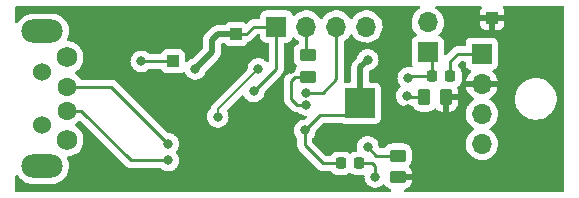
<source format=gbr>
G04 #@! TF.GenerationSoftware,KiCad,Pcbnew,6.0.4+dfsg-1*
G04 #@! TF.CreationDate,2022-04-07T16:59:09-04:00*
G04 #@! TF.ProjectId,PortaNet,506f7274-614e-4657-942e-6b696361645f,rev?*
G04 #@! TF.SameCoordinates,Original*
G04 #@! TF.FileFunction,Copper,L2,Bot*
G04 #@! TF.FilePolarity,Positive*
%FSLAX46Y46*%
G04 Gerber Fmt 4.6, Leading zero omitted, Abs format (unit mm)*
G04 Created by KiCad (PCBNEW 6.0.4+dfsg-1) date 2022-04-07 16:59:09*
%MOMM*%
%LPD*%
G01*
G04 APERTURE LIST*
G04 Aperture macros list*
%AMRoundRect*
0 Rectangle with rounded corners*
0 $1 Rounding radius*
0 $2 $3 $4 $5 $6 $7 $8 $9 X,Y pos of 4 corners*
0 Add a 4 corners polygon primitive as box body*
4,1,4,$2,$3,$4,$5,$6,$7,$8,$9,$2,$3,0*
0 Add four circle primitives for the rounded corners*
1,1,$1+$1,$2,$3*
1,1,$1+$1,$4,$5*
1,1,$1+$1,$6,$7*
1,1,$1+$1,$8,$9*
0 Add four rect primitives between the rounded corners*
20,1,$1+$1,$2,$3,$4,$5,0*
20,1,$1+$1,$4,$5,$6,$7,0*
20,1,$1+$1,$6,$7,$8,$9,0*
20,1,$1+$1,$8,$9,$2,$3,0*%
G04 Aperture macros list end*
G04 #@! TA.AperFunction,SMDPad,CuDef*
%ADD10RoundRect,0.250000X0.450000X-0.262500X0.450000X0.262500X-0.450000X0.262500X-0.450000X-0.262500X0*%
G04 #@! TD*
G04 #@! TA.AperFunction,WasherPad*
%ADD11C,1.524000*%
G04 #@! TD*
G04 #@! TA.AperFunction,ComponentPad*
%ADD12C,1.750000*%
G04 #@! TD*
G04 #@! TA.AperFunction,ComponentPad*
%ADD13C,1.600000*%
G04 #@! TD*
G04 #@! TA.AperFunction,ComponentPad*
%ADD14O,3.500000X2.000000*%
G04 #@! TD*
G04 #@! TA.AperFunction,ComponentPad*
%ADD15C,0.500000*%
G04 #@! TD*
G04 #@! TA.AperFunction,SMDPad,CuDef*
%ADD16R,2.500000X2.500000*%
G04 #@! TD*
G04 #@! TA.AperFunction,ComponentPad*
%ADD17R,1.700000X1.700000*%
G04 #@! TD*
G04 #@! TA.AperFunction,ComponentPad*
%ADD18O,1.700000X1.700000*%
G04 #@! TD*
G04 #@! TA.AperFunction,SMDPad,CuDef*
%ADD19RoundRect,0.225000X-0.225000X-0.250000X0.225000X-0.250000X0.225000X0.250000X-0.225000X0.250000X0*%
G04 #@! TD*
G04 #@! TA.AperFunction,SMDPad,CuDef*
%ADD20RoundRect,0.250000X-0.450000X0.262500X-0.450000X-0.262500X0.450000X-0.262500X0.450000X0.262500X0*%
G04 #@! TD*
G04 #@! TA.AperFunction,SMDPad,CuDef*
%ADD21R,1.000000X1.000000*%
G04 #@! TD*
G04 #@! TA.AperFunction,SMDPad,CuDef*
%ADD22RoundRect,0.225000X0.225000X0.250000X-0.225000X0.250000X-0.225000X-0.250000X0.225000X-0.250000X0*%
G04 #@! TD*
G04 #@! TA.AperFunction,SMDPad,CuDef*
%ADD23RoundRect,0.250000X-0.262500X-0.450000X0.262500X-0.450000X0.262500X0.450000X-0.262500X0.450000X0*%
G04 #@! TD*
G04 #@! TA.AperFunction,ViaPad*
%ADD24C,0.800000*%
G04 #@! TD*
G04 #@! TA.AperFunction,Conductor*
%ADD25C,0.250000*%
G04 #@! TD*
G04 #@! TA.AperFunction,Conductor*
%ADD26C,0.500000*%
G04 #@! TD*
G04 #@! TA.AperFunction,Conductor*
%ADD27C,0.200000*%
G04 #@! TD*
G04 APERTURE END LIST*
D10*
X146939000Y-67413500D03*
X146939000Y-69238500D03*
D11*
X124460000Y-68870000D03*
X124460000Y-73370000D03*
D12*
X126560000Y-74620000D03*
D13*
X126560000Y-72120000D03*
X126560000Y-70120000D03*
D12*
X126560000Y-67620000D03*
D14*
X124460000Y-76820000D03*
X124460000Y-65420000D03*
D15*
X152384000Y-71501000D03*
X150384000Y-72501000D03*
X151384000Y-70501000D03*
X152384000Y-70501000D03*
X151384000Y-71501000D03*
X152384000Y-72501000D03*
D16*
X151384000Y-71501000D03*
D15*
X151384000Y-72501000D03*
X150384000Y-70501000D03*
X150384000Y-71501000D03*
D17*
X144287000Y-64999000D03*
D18*
X146827000Y-64999000D03*
X149367000Y-64999000D03*
X151907000Y-64999000D03*
D17*
X157099000Y-67188000D03*
D18*
X157099000Y-64648000D03*
D17*
X161671000Y-67310000D03*
D18*
X161671000Y-69850000D03*
X161671000Y-72390000D03*
X161671000Y-74930000D03*
D19*
X157467000Y-69215000D03*
X159017000Y-69215000D03*
D20*
X154559000Y-75922500D03*
X154559000Y-77747500D03*
D21*
X135509000Y-67945000D03*
D22*
X151270000Y-76581000D03*
X149720000Y-76581000D03*
D21*
X162560000Y-64262000D03*
D23*
X156821500Y-70993000D03*
X158646500Y-70993000D03*
D21*
X140843000Y-65659000D03*
D24*
X146812000Y-71628000D03*
X154051000Y-67945000D03*
X136779000Y-72644000D03*
X148336000Y-75184000D03*
X145542000Y-68580000D03*
X163957000Y-65786000D03*
X159512000Y-73787000D03*
X155448000Y-72009000D03*
X150622000Y-75184000D03*
X142367000Y-70485000D03*
X137414000Y-68580000D03*
X152019000Y-67818000D03*
X146685000Y-73787000D03*
X132842000Y-67945000D03*
X146812000Y-70612000D03*
X135128000Y-76327000D03*
X135128000Y-74930000D03*
X152654000Y-77724000D03*
X139319000Y-72644000D03*
X142748000Y-68580000D03*
X155448000Y-69342000D03*
X152019000Y-75184000D03*
X155321000Y-70866000D03*
D25*
X146827000Y-64999000D02*
X146827000Y-67301500D01*
X146827000Y-67301500D02*
X146939000Y-67413500D01*
X146812000Y-71628000D02*
X146050000Y-71628000D01*
X146050000Y-71628000D02*
X145542000Y-71120000D01*
X145542000Y-71120000D02*
X145542000Y-69596000D01*
X145542000Y-69596000D02*
X145899500Y-69238500D01*
X145899500Y-69238500D02*
X146939000Y-69238500D01*
X144287000Y-68565000D02*
X144287000Y-64999000D01*
X148209000Y-76581000D02*
X146685000Y-75057000D01*
X142367000Y-70485000D02*
X144287000Y-68565000D01*
X141732000Y-65659000D02*
X142392000Y-64999000D01*
X146685000Y-75057000D02*
X146685000Y-73787000D01*
D26*
X151384000Y-68453000D02*
X151384000Y-70501000D01*
D25*
X159639000Y-67310000D02*
X159004000Y-67945000D01*
D26*
X138811000Y-67183000D02*
X138811000Y-66167000D01*
D25*
X142392000Y-64999000D02*
X144287000Y-64999000D01*
X149720000Y-76581000D02*
X148209000Y-76581000D01*
D26*
X138811000Y-66167000D02*
X139319000Y-65659000D01*
D25*
X147971000Y-72501000D02*
X146685000Y-73787000D01*
D26*
X137414000Y-68580000D02*
X138811000Y-67183000D01*
D25*
X159004000Y-67945000D02*
X159004000Y-69202000D01*
D26*
X139319000Y-65659000D02*
X140843000Y-65659000D01*
D25*
X150384000Y-72501000D02*
X147971000Y-72501000D01*
X159004000Y-69202000D02*
X159017000Y-69215000D01*
X161671000Y-67310000D02*
X159639000Y-67310000D01*
D26*
X152019000Y-67818000D02*
X151384000Y-68453000D01*
D25*
X140843000Y-65659000D02*
X141732000Y-65659000D01*
X135509000Y-67945000D02*
X132842000Y-67945000D01*
X148209000Y-70612000D02*
X149367000Y-69454000D01*
X149367000Y-69454000D02*
X149367000Y-64999000D01*
X146812000Y-70612000D02*
X148209000Y-70612000D01*
X126560000Y-72120000D02*
X127746000Y-72120000D01*
X127746000Y-72120000D02*
X131953000Y-76327000D01*
X131953000Y-76327000D02*
X135128000Y-76327000D01*
X130318000Y-70120000D02*
X126560000Y-70120000D01*
X135128000Y-74930000D02*
X130318000Y-70120000D01*
X152654000Y-77724000D02*
X152654000Y-76835000D01*
X152654000Y-76835000D02*
X152400000Y-76581000D01*
X152400000Y-76581000D02*
X151270000Y-76581000D01*
D27*
X142748000Y-68580000D02*
X139319000Y-72009000D01*
X139319000Y-72009000D02*
X139319000Y-72644000D01*
D25*
X157467000Y-67556000D02*
X157099000Y-67188000D01*
X155575000Y-69215000D02*
X155448000Y-69342000D01*
X157467000Y-69215000D02*
X155575000Y-69215000D01*
X157467000Y-69215000D02*
X157467000Y-67556000D01*
X152757500Y-75922500D02*
X152019000Y-75184000D01*
X154559000Y-75922500D02*
X152757500Y-75922500D01*
X156821500Y-70993000D02*
X155448000Y-70993000D01*
X155448000Y-70993000D02*
X155321000Y-70866000D01*
G04 #@! TA.AperFunction,Conductor*
G36*
X156402227Y-63266502D02*
G01*
X156448720Y-63320158D01*
X156458824Y-63390432D01*
X156429330Y-63455012D01*
X156392288Y-63484262D01*
X156372607Y-63494507D01*
X156368474Y-63497610D01*
X156368471Y-63497612D01*
X156198100Y-63625530D01*
X156193965Y-63628635D01*
X156039629Y-63790138D01*
X155913743Y-63974680D01*
X155880387Y-64046540D01*
X155833347Y-64147880D01*
X155819688Y-64177305D01*
X155759989Y-64392570D01*
X155736251Y-64614695D01*
X155736548Y-64619848D01*
X155736548Y-64619851D01*
X155745283Y-64771342D01*
X155749110Y-64837715D01*
X155750247Y-64842761D01*
X155750248Y-64842767D01*
X155767274Y-64918313D01*
X155798222Y-65055639D01*
X155882266Y-65262616D01*
X155886791Y-65270000D01*
X155946345Y-65367183D01*
X155998987Y-65453088D01*
X156145250Y-65621938D01*
X156149230Y-65625242D01*
X156153981Y-65629187D01*
X156193616Y-65688090D01*
X156195113Y-65759071D01*
X156157997Y-65819593D01*
X156117725Y-65844112D01*
X156026551Y-65878292D01*
X156002295Y-65887385D01*
X155885739Y-65974739D01*
X155798385Y-66091295D01*
X155747255Y-66227684D01*
X155740500Y-66289866D01*
X155740500Y-68086134D01*
X155747255Y-68148316D01*
X155767651Y-68202721D01*
X155798385Y-68284705D01*
X155796448Y-68285431D01*
X155809098Y-68343279D01*
X155784359Y-68409826D01*
X155727569Y-68452434D01*
X155657212Y-68457673D01*
X155549944Y-68434872D01*
X155549939Y-68434872D01*
X155543487Y-68433500D01*
X155352513Y-68433500D01*
X155346061Y-68434872D01*
X155346056Y-68434872D01*
X155263436Y-68452434D01*
X155165712Y-68473206D01*
X155159682Y-68475891D01*
X155159681Y-68475891D01*
X154997278Y-68548197D01*
X154997276Y-68548198D01*
X154991248Y-68550882D01*
X154985907Y-68554762D01*
X154985906Y-68554763D01*
X154955073Y-68577165D01*
X154836747Y-68663134D01*
X154832326Y-68668044D01*
X154832325Y-68668045D01*
X154732298Y-68779137D01*
X154708960Y-68805056D01*
X154664093Y-68882768D01*
X154623256Y-68953500D01*
X154613473Y-68970444D01*
X154554458Y-69152072D01*
X154553768Y-69158633D01*
X154553768Y-69158635D01*
X154541963Y-69270959D01*
X154534496Y-69342000D01*
X154535186Y-69348565D01*
X154552882Y-69516930D01*
X154554458Y-69531928D01*
X154613473Y-69713556D01*
X154616776Y-69719278D01*
X154616777Y-69719279D01*
X154618636Y-69722498D01*
X154708960Y-69878944D01*
X154713378Y-69883851D01*
X154713379Y-69883852D01*
X154783389Y-69961606D01*
X154814107Y-70025613D01*
X154805342Y-70096067D01*
X154763814Y-70147852D01*
X154709747Y-70187134D01*
X154705326Y-70192044D01*
X154705325Y-70192045D01*
X154590038Y-70320085D01*
X154581960Y-70329056D01*
X154543544Y-70395594D01*
X154491926Y-70485000D01*
X154486473Y-70494444D01*
X154427458Y-70676072D01*
X154426768Y-70682633D01*
X154426768Y-70682635D01*
X154416403Y-70781257D01*
X154407496Y-70866000D01*
X154408186Y-70872565D01*
X154426336Y-71045248D01*
X154427458Y-71055928D01*
X154486473Y-71237556D01*
X154489776Y-71243278D01*
X154489777Y-71243279D01*
X154510287Y-71278803D01*
X154581960Y-71402944D01*
X154586378Y-71407851D01*
X154586379Y-71407852D01*
X154697861Y-71531665D01*
X154709747Y-71544866D01*
X154776394Y-71593288D01*
X154842671Y-71641441D01*
X154864248Y-71657118D01*
X154870276Y-71659802D01*
X154870278Y-71659803D01*
X155022884Y-71727747D01*
X155038712Y-71734794D01*
X155112918Y-71750567D01*
X155219056Y-71773128D01*
X155219061Y-71773128D01*
X155225513Y-71774500D01*
X155416487Y-71774500D01*
X155422939Y-71773128D01*
X155422944Y-71773128D01*
X155529082Y-71750567D01*
X155603288Y-71734794D01*
X155609315Y-71732111D01*
X155609323Y-71732108D01*
X155697260Y-71692956D01*
X155767627Y-71683522D01*
X155831924Y-71713629D01*
X155862610Y-71754614D01*
X155865131Y-71759996D01*
X155867450Y-71766946D01*
X155960522Y-71917348D01*
X156085697Y-72042305D01*
X156091927Y-72046145D01*
X156091928Y-72046146D01*
X156229288Y-72130816D01*
X156236262Y-72135115D01*
X156294242Y-72154346D01*
X156397611Y-72188632D01*
X156397613Y-72188632D01*
X156404139Y-72190797D01*
X156410975Y-72191497D01*
X156410978Y-72191498D01*
X156454031Y-72195909D01*
X156508600Y-72201500D01*
X157134400Y-72201500D01*
X157137646Y-72201163D01*
X157137650Y-72201163D01*
X157233308Y-72191238D01*
X157233312Y-72191237D01*
X157240166Y-72190526D01*
X157246702Y-72188345D01*
X157246704Y-72188345D01*
X157394134Y-72139158D01*
X157407946Y-72134550D01*
X157558348Y-72041478D01*
X157634559Y-71965134D01*
X157645138Y-71954537D01*
X157707421Y-71920458D01*
X157778241Y-71925461D01*
X157823329Y-71954382D01*
X157905829Y-72036739D01*
X157917240Y-72045751D01*
X158055243Y-72130816D01*
X158068424Y-72136963D01*
X158222710Y-72188138D01*
X158236086Y-72191005D01*
X158330438Y-72200672D01*
X158336854Y-72201000D01*
X158374385Y-72201000D01*
X158389624Y-72196525D01*
X158390829Y-72195135D01*
X158392500Y-72187452D01*
X158392500Y-72182884D01*
X158900500Y-72182884D01*
X158904975Y-72198123D01*
X158906365Y-72199328D01*
X158914048Y-72200999D01*
X158956095Y-72200999D01*
X158962614Y-72200662D01*
X159058206Y-72190743D01*
X159071600Y-72187851D01*
X159225784Y-72136412D01*
X159238962Y-72130239D01*
X159376807Y-72044937D01*
X159388208Y-72035901D01*
X159502739Y-71921171D01*
X159511751Y-71909760D01*
X159596816Y-71771757D01*
X159602963Y-71758576D01*
X159654138Y-71604290D01*
X159657005Y-71590914D01*
X159666672Y-71496562D01*
X159667000Y-71490146D01*
X159667000Y-71265115D01*
X159662525Y-71249876D01*
X159661135Y-71248671D01*
X159653452Y-71247000D01*
X158918615Y-71247000D01*
X158903376Y-71251475D01*
X158902171Y-71252865D01*
X158900500Y-71260548D01*
X158900500Y-72182884D01*
X158392500Y-72182884D01*
X158392500Y-70865000D01*
X158412502Y-70796879D01*
X158466158Y-70750386D01*
X158518500Y-70739000D01*
X159648884Y-70739000D01*
X159664123Y-70734525D01*
X159665328Y-70733135D01*
X159666999Y-70725452D01*
X159666999Y-70495905D01*
X159666662Y-70489386D01*
X159656743Y-70393794D01*
X159653851Y-70380400D01*
X159600325Y-70219960D01*
X159597741Y-70149010D01*
X159633925Y-70087926D01*
X159653546Y-70072940D01*
X159694485Y-70047606D01*
X159700713Y-70043752D01*
X159821552Y-69922702D01*
X159845500Y-69883852D01*
X159907462Y-69783331D01*
X159907463Y-69783329D01*
X159911302Y-69777101D01*
X159965149Y-69614757D01*
X159967312Y-69593652D01*
X159971494Y-69552826D01*
X159975500Y-69513732D01*
X159975500Y-68916268D01*
X159974440Y-68906047D01*
X159968845Y-68852128D01*
X159964887Y-68813981D01*
X159940059Y-68739564D01*
X159913073Y-68658676D01*
X159913072Y-68658674D01*
X159910756Y-68651732D01*
X159901207Y-68636300D01*
X159824606Y-68512515D01*
X159820752Y-68506287D01*
X159796367Y-68481944D01*
X159704882Y-68390619D01*
X159699702Y-68385448D01*
X159693471Y-68381607D01*
X159687726Y-68377070D01*
X159689317Y-68375056D01*
X159649888Y-68331241D01*
X159637500Y-68276759D01*
X159637500Y-68259594D01*
X159657502Y-68191473D01*
X159674405Y-68170499D01*
X159864499Y-67980405D01*
X159926811Y-67946379D01*
X159953594Y-67943500D01*
X160186500Y-67943500D01*
X160254621Y-67963502D01*
X160301114Y-68017158D01*
X160312500Y-68069500D01*
X160312500Y-68208134D01*
X160319255Y-68270316D01*
X160370385Y-68406705D01*
X160457739Y-68523261D01*
X160574295Y-68610615D01*
X160582704Y-68613767D01*
X160582705Y-68613768D01*
X160691960Y-68654726D01*
X160748725Y-68697367D01*
X160773425Y-68763929D01*
X160758218Y-68833278D01*
X160738825Y-68859759D01*
X160615590Y-68988717D01*
X160609104Y-68996727D01*
X160489098Y-69172649D01*
X160484000Y-69181623D01*
X160394338Y-69374783D01*
X160390775Y-69384470D01*
X160335389Y-69584183D01*
X160336912Y-69592607D01*
X160349292Y-69596000D01*
X162989344Y-69596000D01*
X163002875Y-69592027D01*
X163004180Y-69582947D01*
X162962214Y-69415875D01*
X162958894Y-69406124D01*
X162873972Y-69210814D01*
X162869105Y-69201739D01*
X162753426Y-69022926D01*
X162747136Y-69014757D01*
X162603293Y-68856677D01*
X162572241Y-68792831D01*
X162580635Y-68722333D01*
X162625812Y-68667564D01*
X162652256Y-68653895D01*
X162759297Y-68613767D01*
X162767705Y-68610615D01*
X162884261Y-68523261D01*
X162971615Y-68406705D01*
X163022745Y-68270316D01*
X163029500Y-68208134D01*
X163029500Y-66411866D01*
X163022745Y-66349684D01*
X162971615Y-66213295D01*
X162884261Y-66096739D01*
X162767705Y-66009385D01*
X162631316Y-65958255D01*
X162569134Y-65951500D01*
X160772866Y-65951500D01*
X160710684Y-65958255D01*
X160574295Y-66009385D01*
X160457739Y-66096739D01*
X160370385Y-66213295D01*
X160319255Y-66349684D01*
X160312500Y-66411866D01*
X160312500Y-66550500D01*
X160292498Y-66618621D01*
X160238842Y-66665114D01*
X160186500Y-66676500D01*
X159717768Y-66676500D01*
X159706585Y-66675973D01*
X159699092Y-66674298D01*
X159691166Y-66674547D01*
X159691165Y-66674547D01*
X159631002Y-66676438D01*
X159627044Y-66676500D01*
X159599144Y-66676500D01*
X159595154Y-66677004D01*
X159583320Y-66677936D01*
X159539111Y-66679326D01*
X159531495Y-66681539D01*
X159531493Y-66681539D01*
X159519652Y-66684979D01*
X159500293Y-66688988D01*
X159498983Y-66689154D01*
X159480203Y-66691526D01*
X159472837Y-66694442D01*
X159472831Y-66694444D01*
X159439098Y-66707800D01*
X159427868Y-66711645D01*
X159393017Y-66721770D01*
X159385407Y-66723981D01*
X159378584Y-66728016D01*
X159367966Y-66734295D01*
X159350213Y-66742992D01*
X159342568Y-66746019D01*
X159331383Y-66750448D01*
X159324968Y-66755109D01*
X159295612Y-66776437D01*
X159285695Y-66782951D01*
X159247638Y-66805458D01*
X159233317Y-66819779D01*
X159218284Y-66832619D01*
X159201893Y-66844528D01*
X159181798Y-66868819D01*
X159173712Y-66878593D01*
X159165722Y-66887374D01*
X158672595Y-67380500D01*
X158610283Y-67414525D01*
X158539467Y-67409460D01*
X158482632Y-67366913D01*
X158457821Y-67300393D01*
X158457500Y-67291404D01*
X158457500Y-66289866D01*
X158450745Y-66227684D01*
X158399615Y-66091295D01*
X158312261Y-65974739D01*
X158195705Y-65887385D01*
X158182645Y-65882489D01*
X158077203Y-65842960D01*
X158020439Y-65800318D01*
X157995739Y-65733756D01*
X158010947Y-65664408D01*
X158032493Y-65635727D01*
X158054223Y-65614073D01*
X158137096Y-65531489D01*
X158196594Y-65448689D01*
X158264435Y-65354277D01*
X158267453Y-65350077D01*
X158298594Y-65287069D01*
X158364136Y-65154453D01*
X158364137Y-65154451D01*
X158366430Y-65149811D01*
X158431370Y-64936069D01*
X158448406Y-64806669D01*
X161552001Y-64806669D01*
X161552371Y-64813490D01*
X161557895Y-64864352D01*
X161561521Y-64879604D01*
X161606676Y-65000054D01*
X161615214Y-65015649D01*
X161691715Y-65117724D01*
X161704276Y-65130285D01*
X161806351Y-65206786D01*
X161821946Y-65215324D01*
X161942394Y-65260478D01*
X161957649Y-65264105D01*
X162008514Y-65269631D01*
X162015328Y-65270000D01*
X162287885Y-65270000D01*
X162303124Y-65265525D01*
X162304329Y-65264135D01*
X162306000Y-65256452D01*
X162306000Y-65251884D01*
X162814000Y-65251884D01*
X162818475Y-65267123D01*
X162819865Y-65268328D01*
X162827548Y-65269999D01*
X163104669Y-65269999D01*
X163111490Y-65269629D01*
X163162352Y-65264105D01*
X163177604Y-65260479D01*
X163298054Y-65215324D01*
X163313649Y-65206786D01*
X163415724Y-65130285D01*
X163428285Y-65117724D01*
X163504786Y-65015649D01*
X163513324Y-65000054D01*
X163558478Y-64879606D01*
X163562105Y-64864351D01*
X163567631Y-64813486D01*
X163568000Y-64806672D01*
X163568000Y-64534115D01*
X163563525Y-64518876D01*
X163562135Y-64517671D01*
X163554452Y-64516000D01*
X162832115Y-64516000D01*
X162816876Y-64520475D01*
X162815671Y-64521865D01*
X162814000Y-64529548D01*
X162814000Y-65251884D01*
X162306000Y-65251884D01*
X162306000Y-64534115D01*
X162301525Y-64518876D01*
X162300135Y-64517671D01*
X162292452Y-64516000D01*
X161570116Y-64516000D01*
X161554877Y-64520475D01*
X161553672Y-64521865D01*
X161552001Y-64529548D01*
X161552001Y-64806669D01*
X158448406Y-64806669D01*
X158460529Y-64714590D01*
X158461103Y-64691092D01*
X158462074Y-64651365D01*
X158462074Y-64651361D01*
X158462156Y-64648000D01*
X158443852Y-64425361D01*
X158389431Y-64208702D01*
X158300354Y-64003840D01*
X158211699Y-63866800D01*
X158181822Y-63820617D01*
X158181820Y-63820614D01*
X158179014Y-63816277D01*
X158028670Y-63651051D01*
X158024619Y-63647852D01*
X158024615Y-63647848D01*
X157857414Y-63515800D01*
X157857410Y-63515798D01*
X157853359Y-63512598D01*
X157799396Y-63482809D01*
X157749425Y-63432376D01*
X157734653Y-63362933D01*
X157759769Y-63296528D01*
X157816800Y-63254243D01*
X157860289Y-63246500D01*
X161559570Y-63246500D01*
X161627691Y-63266502D01*
X161674184Y-63320158D01*
X161684288Y-63390432D01*
X161660396Y-63448065D01*
X161615214Y-63508351D01*
X161606676Y-63523946D01*
X161561522Y-63644394D01*
X161557895Y-63659649D01*
X161552369Y-63710514D01*
X161552000Y-63717328D01*
X161552000Y-63989885D01*
X161556475Y-64005124D01*
X161557865Y-64006329D01*
X161565548Y-64008000D01*
X163549884Y-64008000D01*
X163565123Y-64003525D01*
X163566328Y-64002135D01*
X163567999Y-63994452D01*
X163567999Y-63717331D01*
X163567629Y-63710510D01*
X163562105Y-63659648D01*
X163558479Y-63644396D01*
X163513324Y-63523946D01*
X163504786Y-63508351D01*
X163459604Y-63448065D01*
X163434756Y-63381558D01*
X163449809Y-63312176D01*
X163499983Y-63261946D01*
X163560430Y-63246500D01*
X168529500Y-63246500D01*
X168597621Y-63266502D01*
X168644114Y-63320158D01*
X168655500Y-63372500D01*
X168655500Y-78867500D01*
X168635498Y-78935621D01*
X168581842Y-78982114D01*
X168529500Y-78993500D01*
X155232084Y-78993500D01*
X155163963Y-78973498D01*
X155117470Y-78919842D01*
X155107366Y-78849568D01*
X155136860Y-78784988D01*
X155192208Y-78747976D01*
X155325784Y-78703412D01*
X155338962Y-78697239D01*
X155476807Y-78611937D01*
X155488208Y-78602901D01*
X155602739Y-78488171D01*
X155611751Y-78476760D01*
X155696816Y-78338757D01*
X155702963Y-78325576D01*
X155754138Y-78171290D01*
X155757005Y-78157914D01*
X155766672Y-78063562D01*
X155767000Y-78057146D01*
X155767000Y-78019615D01*
X155762525Y-78004376D01*
X155761135Y-78003171D01*
X155753452Y-78001500D01*
X154431000Y-78001500D01*
X154362879Y-77981498D01*
X154316386Y-77927842D01*
X154305000Y-77875500D01*
X154305000Y-77619500D01*
X154325002Y-77551379D01*
X154378658Y-77504886D01*
X154431000Y-77493500D01*
X155748884Y-77493500D01*
X155764123Y-77489025D01*
X155765328Y-77487635D01*
X155766999Y-77479952D01*
X155766999Y-77437905D01*
X155766662Y-77431386D01*
X155756743Y-77335794D01*
X155753851Y-77322400D01*
X155702412Y-77168216D01*
X155696239Y-77155038D01*
X155610937Y-77017193D01*
X155601901Y-77005792D01*
X155520538Y-76924570D01*
X155486459Y-76862287D01*
X155491462Y-76791467D01*
X155520383Y-76746380D01*
X155603130Y-76663488D01*
X155603134Y-76663483D01*
X155608305Y-76658303D01*
X155625554Y-76630320D01*
X155697275Y-76513968D01*
X155697276Y-76513966D01*
X155701115Y-76507738D01*
X155756797Y-76339861D01*
X155758788Y-76320435D01*
X155764634Y-76263368D01*
X155767500Y-76235400D01*
X155767500Y-75609600D01*
X155761893Y-75555556D01*
X155757238Y-75510692D01*
X155757237Y-75510688D01*
X155756526Y-75503834D01*
X155747519Y-75476835D01*
X155702868Y-75343002D01*
X155700550Y-75336054D01*
X155607478Y-75185652D01*
X155482303Y-75060695D01*
X155432659Y-75030094D01*
X155337968Y-74971725D01*
X155337966Y-74971724D01*
X155331738Y-74967885D01*
X155197725Y-74923435D01*
X155170389Y-74914368D01*
X155170387Y-74914368D01*
X155163861Y-74912203D01*
X155157025Y-74911503D01*
X155157022Y-74911502D01*
X155113969Y-74907091D01*
X155059400Y-74901500D01*
X154058600Y-74901500D01*
X154055354Y-74901837D01*
X154055350Y-74901837D01*
X153959692Y-74911762D01*
X153959688Y-74911763D01*
X153952834Y-74912474D01*
X153946298Y-74914655D01*
X153946296Y-74914655D01*
X153826247Y-74954707D01*
X153785054Y-74968450D01*
X153634652Y-75061522D01*
X153629479Y-75066704D01*
X153589493Y-75106760D01*
X153509695Y-75186697D01*
X153505853Y-75192929D01*
X153505852Y-75192931D01*
X153483546Y-75229117D01*
X153430774Y-75276610D01*
X153376287Y-75289000D01*
X153072094Y-75289000D01*
X153003973Y-75268998D01*
X152982999Y-75252095D01*
X152966122Y-75235218D01*
X152932096Y-75172906D01*
X152929907Y-75159293D01*
X152929655Y-75156889D01*
X152917362Y-75039935D01*
X152913232Y-75000635D01*
X152913232Y-75000633D01*
X152912542Y-74994072D01*
X152880902Y-74896695D01*
X160308251Y-74896695D01*
X160308548Y-74901848D01*
X160308548Y-74901851D01*
X160317532Y-75057668D01*
X160321110Y-75119715D01*
X160322247Y-75124761D01*
X160322248Y-75124767D01*
X160340990Y-75207930D01*
X160370222Y-75337639D01*
X160454266Y-75544616D01*
X160492097Y-75606350D01*
X160557336Y-75712811D01*
X160570987Y-75735088D01*
X160717250Y-75903938D01*
X160889126Y-76046632D01*
X161082000Y-76159338D01*
X161086825Y-76161180D01*
X161086826Y-76161181D01*
X161159612Y-76188975D01*
X161290692Y-76239030D01*
X161295760Y-76240061D01*
X161295763Y-76240062D01*
X161403017Y-76261883D01*
X161509597Y-76283567D01*
X161514772Y-76283757D01*
X161514774Y-76283757D01*
X161727673Y-76291564D01*
X161727677Y-76291564D01*
X161732837Y-76291753D01*
X161737957Y-76291097D01*
X161737959Y-76291097D01*
X161949288Y-76264025D01*
X161949289Y-76264025D01*
X161954416Y-76263368D01*
X161959366Y-76261883D01*
X162163429Y-76200661D01*
X162163434Y-76200659D01*
X162168384Y-76199174D01*
X162368994Y-76100896D01*
X162550860Y-75971173D01*
X162709096Y-75813489D01*
X162721826Y-75795774D01*
X162836435Y-75636277D01*
X162839453Y-75632077D01*
X162850219Y-75610295D01*
X162936136Y-75436453D01*
X162936137Y-75436451D01*
X162938430Y-75431811D01*
X162985584Y-75276610D01*
X163001865Y-75223023D01*
X163001865Y-75223021D01*
X163003370Y-75218069D01*
X163032529Y-74996590D01*
X163032978Y-74978233D01*
X163034074Y-74933365D01*
X163034074Y-74933361D01*
X163034156Y-74930000D01*
X163015852Y-74707361D01*
X162961431Y-74490702D01*
X162872354Y-74285840D01*
X162785944Y-74152271D01*
X162753822Y-74102617D01*
X162753820Y-74102614D01*
X162751014Y-74098277D01*
X162600670Y-73933051D01*
X162596619Y-73929852D01*
X162596615Y-73929848D01*
X162429414Y-73797800D01*
X162429410Y-73797798D01*
X162425359Y-73794598D01*
X162384053Y-73771796D01*
X162334084Y-73721364D01*
X162319312Y-73651921D01*
X162344428Y-73585516D01*
X162371780Y-73558909D01*
X162440195Y-73510109D01*
X162550860Y-73431173D01*
X162709096Y-73273489D01*
X162721826Y-73255774D01*
X162836435Y-73096277D01*
X162839453Y-73092077D01*
X162874444Y-73021279D01*
X162936136Y-72896453D01*
X162936137Y-72896451D01*
X162938430Y-72891811D01*
X162993168Y-72711647D01*
X163001865Y-72683023D01*
X163001865Y-72683021D01*
X163003370Y-72678069D01*
X163032529Y-72456590D01*
X163032611Y-72453240D01*
X163034074Y-72393365D01*
X163034074Y-72393361D01*
X163034156Y-72390000D01*
X163015852Y-72167361D01*
X162961431Y-71950702D01*
X162872354Y-71745840D01*
X162800366Y-71634564D01*
X162753822Y-71562617D01*
X162753820Y-71562614D01*
X162751014Y-71558277D01*
X162600670Y-71393051D01*
X162596619Y-71389852D01*
X162596615Y-71389848D01*
X162429414Y-71257800D01*
X162429410Y-71257798D01*
X162425359Y-71254598D01*
X162414967Y-71248861D01*
X162403757Y-71242673D01*
X162383569Y-71231529D01*
X162379730Y-71227655D01*
X164482858Y-71227655D01*
X164518104Y-71486638D01*
X164519412Y-71491124D01*
X164519412Y-71491126D01*
X164532611Y-71536411D01*
X164591243Y-71737567D01*
X164593203Y-71741820D01*
X164593204Y-71741821D01*
X164608269Y-71774500D01*
X164700668Y-71974928D01*
X164703231Y-71978837D01*
X164841410Y-72189596D01*
X164841414Y-72189601D01*
X164843976Y-72193509D01*
X165018018Y-72388506D01*
X165218970Y-72555637D01*
X165222973Y-72558066D01*
X165438422Y-72688804D01*
X165438426Y-72688806D01*
X165442419Y-72691229D01*
X165683455Y-72792303D01*
X165936783Y-72856641D01*
X165941434Y-72857109D01*
X165941438Y-72857110D01*
X166125275Y-72875621D01*
X166153867Y-72878500D01*
X166309354Y-72878500D01*
X166311679Y-72878327D01*
X166311685Y-72878327D01*
X166499000Y-72864407D01*
X166499004Y-72864406D01*
X166503652Y-72864061D01*
X166508200Y-72863032D01*
X166508206Y-72863031D01*
X166694601Y-72820853D01*
X166758577Y-72806377D01*
X166781047Y-72797639D01*
X166997824Y-72713340D01*
X166997827Y-72713339D01*
X167002177Y-72711647D01*
X167229098Y-72581951D01*
X167434357Y-72420138D01*
X167613443Y-72229763D01*
X167735681Y-72053559D01*
X167759759Y-72018851D01*
X167759761Y-72018848D01*
X167762424Y-72015009D01*
X167791662Y-71955720D01*
X167875960Y-71784781D01*
X167875961Y-71784778D01*
X167878025Y-71780593D01*
X167879976Y-71774500D01*
X167956280Y-71536123D01*
X167957707Y-71531665D01*
X167999721Y-71273693D01*
X168001444Y-71142073D01*
X168003081Y-71017022D01*
X168003081Y-71017019D01*
X168003142Y-71012345D01*
X167967896Y-70753362D01*
X167953473Y-70703877D01*
X167914230Y-70569243D01*
X167894757Y-70502433D01*
X167889184Y-70490343D01*
X167863108Y-70433782D01*
X167785332Y-70265072D01*
X167742321Y-70199469D01*
X167644590Y-70050404D01*
X167644586Y-70050399D01*
X167642024Y-70046491D01*
X167467982Y-69851494D01*
X167267030Y-69684363D01*
X167152323Y-69614757D01*
X167047578Y-69551196D01*
X167047574Y-69551194D01*
X167043581Y-69548771D01*
X167037312Y-69546142D01*
X166893747Y-69485941D01*
X166802545Y-69447697D01*
X166549217Y-69383359D01*
X166544566Y-69382891D01*
X166544562Y-69382890D01*
X166335271Y-69361816D01*
X166332133Y-69361500D01*
X166176646Y-69361500D01*
X166174321Y-69361673D01*
X166174315Y-69361673D01*
X165987000Y-69375593D01*
X165986996Y-69375594D01*
X165982348Y-69375939D01*
X165977800Y-69376968D01*
X165977794Y-69376969D01*
X165805857Y-69415875D01*
X165727423Y-69433623D01*
X165723071Y-69435315D01*
X165723069Y-69435316D01*
X165488176Y-69526660D01*
X165488173Y-69526661D01*
X165483823Y-69528353D01*
X165479769Y-69530670D01*
X165479767Y-69530671D01*
X165443856Y-69551196D01*
X165256902Y-69658049D01*
X165051643Y-69819862D01*
X164872557Y-70010237D01*
X164778823Y-70145353D01*
X164727695Y-70219054D01*
X164723576Y-70224991D01*
X164721510Y-70229181D01*
X164721508Y-70229184D01*
X164611164Y-70452941D01*
X164607975Y-70459407D01*
X164606553Y-70463850D01*
X164606552Y-70463852D01*
X164541087Y-70668365D01*
X164528293Y-70708335D01*
X164486279Y-70966307D01*
X164485443Y-71030165D01*
X164482960Y-71219889D01*
X164482858Y-71227655D01*
X162379730Y-71227655D01*
X162333598Y-71181097D01*
X162318826Y-71111654D01*
X162343942Y-71045248D01*
X162371294Y-71018641D01*
X162546328Y-70893792D01*
X162554200Y-70887139D01*
X162705052Y-70736812D01*
X162711730Y-70728965D01*
X162836003Y-70556020D01*
X162841313Y-70547183D01*
X162935670Y-70356267D01*
X162939469Y-70346672D01*
X163001377Y-70142910D01*
X163003555Y-70132837D01*
X163004986Y-70121962D01*
X163002775Y-70107778D01*
X162989617Y-70104000D01*
X160354225Y-70104000D01*
X160340694Y-70107973D01*
X160339257Y-70117966D01*
X160369565Y-70252446D01*
X160372645Y-70262275D01*
X160452770Y-70459603D01*
X160457413Y-70468794D01*
X160568694Y-70650388D01*
X160574777Y-70658699D01*
X160714213Y-70819667D01*
X160721580Y-70826883D01*
X160885434Y-70962916D01*
X160893881Y-70968831D01*
X160962969Y-71009203D01*
X161011693Y-71060842D01*
X161024764Y-71130625D01*
X160998033Y-71196396D01*
X160957584Y-71229752D01*
X160944607Y-71236507D01*
X160940474Y-71239610D01*
X160940471Y-71239612D01*
X160770100Y-71367530D01*
X160765965Y-71370635D01*
X160762393Y-71374373D01*
X160617798Y-71525683D01*
X160611629Y-71532138D01*
X160608715Y-71536410D01*
X160608714Y-71536411D01*
X160560613Y-71606925D01*
X160485743Y-71716680D01*
X160460177Y-71771757D01*
X160396119Y-71909760D01*
X160391688Y-71919305D01*
X160331989Y-72134570D01*
X160308251Y-72356695D01*
X160308548Y-72361848D01*
X160308548Y-72361851D01*
X160314011Y-72456590D01*
X160321110Y-72579715D01*
X160322247Y-72584761D01*
X160322248Y-72584767D01*
X160334118Y-72637435D01*
X160370222Y-72797639D01*
X160427669Y-72939114D01*
X160450720Y-72995882D01*
X160454266Y-73004616D01*
X160456965Y-73009020D01*
X160562320Y-73180944D01*
X160570987Y-73195088D01*
X160717250Y-73363938D01*
X160889126Y-73506632D01*
X160959595Y-73547811D01*
X160962445Y-73549476D01*
X161011169Y-73601114D01*
X161024240Y-73670897D01*
X160997509Y-73736669D01*
X160957055Y-73770027D01*
X160951400Y-73772971D01*
X160944607Y-73776507D01*
X160940474Y-73779610D01*
X160940471Y-73779612D01*
X160770100Y-73907530D01*
X160765965Y-73910635D01*
X160611629Y-74072138D01*
X160485743Y-74256680D01*
X160454520Y-74323944D01*
X160400112Y-74441158D01*
X160391688Y-74459305D01*
X160331989Y-74674570D01*
X160308251Y-74896695D01*
X152880902Y-74896695D01*
X152853527Y-74812444D01*
X152758040Y-74647056D01*
X152678254Y-74558444D01*
X152634675Y-74510045D01*
X152634674Y-74510044D01*
X152630253Y-74505134D01*
X152483862Y-74398774D01*
X152481094Y-74396763D01*
X152481093Y-74396762D01*
X152475752Y-74392882D01*
X152469724Y-74390198D01*
X152469722Y-74390197D01*
X152307319Y-74317891D01*
X152307318Y-74317891D01*
X152301288Y-74315206D01*
X152207887Y-74295353D01*
X152120944Y-74276872D01*
X152120939Y-74276872D01*
X152114487Y-74275500D01*
X151923513Y-74275500D01*
X151917061Y-74276872D01*
X151917056Y-74276872D01*
X151830113Y-74295353D01*
X151736712Y-74315206D01*
X151730682Y-74317891D01*
X151730681Y-74317891D01*
X151568278Y-74390197D01*
X151568276Y-74390198D01*
X151562248Y-74392882D01*
X151556907Y-74396762D01*
X151556906Y-74396763D01*
X151554138Y-74398774D01*
X151407747Y-74505134D01*
X151403326Y-74510044D01*
X151403325Y-74510045D01*
X151359747Y-74558444D01*
X151279960Y-74647056D01*
X151184473Y-74812444D01*
X151125458Y-74994072D01*
X151124768Y-75000633D01*
X151124768Y-75000635D01*
X151112230Y-75119928D01*
X151105496Y-75184000D01*
X151106186Y-75190565D01*
X151123705Y-75357246D01*
X151125458Y-75373928D01*
X151128719Y-75383963D01*
X151144510Y-75432564D01*
X151146538Y-75503531D01*
X151109875Y-75564329D01*
X151046163Y-75595655D01*
X151024677Y-75597500D01*
X150996268Y-75597500D01*
X150993022Y-75597837D01*
X150993018Y-75597837D01*
X150958917Y-75601375D01*
X150893981Y-75608113D01*
X150887440Y-75610295D01*
X150887441Y-75610295D01*
X150738676Y-75659927D01*
X150738674Y-75659928D01*
X150731732Y-75662244D01*
X150725508Y-75666096D01*
X150725507Y-75666096D01*
X150593787Y-75747607D01*
X150586287Y-75752248D01*
X150581114Y-75757430D01*
X150575380Y-75761975D01*
X150573858Y-75760055D01*
X150521794Y-75788545D01*
X150450974Y-75783544D01*
X150414448Y-75760118D01*
X150413628Y-75761157D01*
X150407882Y-75756619D01*
X150402702Y-75751448D01*
X150396471Y-75747607D01*
X150263331Y-75665538D01*
X150263329Y-75665537D01*
X150257101Y-75661698D01*
X150094757Y-75607851D01*
X150087920Y-75607151D01*
X150087918Y-75607150D01*
X150046599Y-75602917D01*
X149993732Y-75597500D01*
X149446268Y-75597500D01*
X149443022Y-75597837D01*
X149443018Y-75597837D01*
X149408917Y-75601375D01*
X149343981Y-75608113D01*
X149337440Y-75610295D01*
X149337441Y-75610295D01*
X149188676Y-75659927D01*
X149188674Y-75659928D01*
X149181732Y-75662244D01*
X149175508Y-75666096D01*
X149175507Y-75666096D01*
X149071126Y-75730689D01*
X149036287Y-75752248D01*
X149031114Y-75757430D01*
X149026577Y-75761975D01*
X148915448Y-75873298D01*
X148911606Y-75879530D01*
X148911605Y-75879532D01*
X148906621Y-75887617D01*
X148853848Y-75935110D01*
X148799362Y-75947500D01*
X148523595Y-75947500D01*
X148455474Y-75927498D01*
X148434500Y-75910595D01*
X147355405Y-74831500D01*
X147321379Y-74769188D01*
X147318500Y-74742405D01*
X147318500Y-74489524D01*
X147338502Y-74421403D01*
X147350858Y-74405221D01*
X147424040Y-74323944D01*
X147519527Y-74158556D01*
X147578542Y-73976928D01*
X147579405Y-73968722D01*
X147595907Y-73811707D01*
X147622920Y-73746050D01*
X147632122Y-73735782D01*
X148196499Y-73171405D01*
X148258811Y-73137379D01*
X148285594Y-73134500D01*
X149755768Y-73134500D01*
X149823889Y-73154502D01*
X149831333Y-73159674D01*
X149880108Y-73196229D01*
X149880110Y-73196230D01*
X149887295Y-73201615D01*
X150023684Y-73252745D01*
X150085866Y-73259500D01*
X150324933Y-73259500D01*
X150341595Y-73260607D01*
X150348765Y-73261563D01*
X150361035Y-73263201D01*
X150361038Y-73263201D01*
X150368015Y-73264132D01*
X150375026Y-73263494D01*
X150375030Y-73263494D01*
X150413208Y-73260019D01*
X150424628Y-73259500D01*
X151324933Y-73259500D01*
X151341595Y-73260607D01*
X151348765Y-73261563D01*
X151361035Y-73263201D01*
X151361038Y-73263201D01*
X151368015Y-73264132D01*
X151375026Y-73263494D01*
X151375030Y-73263494D01*
X151413208Y-73260019D01*
X151424628Y-73259500D01*
X152324933Y-73259500D01*
X152341595Y-73260607D01*
X152348765Y-73261563D01*
X152361035Y-73263201D01*
X152361038Y-73263201D01*
X152368015Y-73264132D01*
X152375026Y-73263494D01*
X152375030Y-73263494D01*
X152413208Y-73260019D01*
X152424628Y-73259500D01*
X152682134Y-73259500D01*
X152744316Y-73252745D01*
X152880705Y-73201615D01*
X152997261Y-73114261D01*
X153084615Y-72997705D01*
X153135745Y-72861316D01*
X153142500Y-72799134D01*
X153142500Y-72563151D01*
X153143726Y-72545615D01*
X153146452Y-72526221D01*
X153146452Y-72526218D01*
X153147001Y-72522313D01*
X153147299Y-72501000D01*
X153143285Y-72465213D01*
X153142500Y-72451169D01*
X153142500Y-71563151D01*
X153143726Y-71545615D01*
X153144415Y-71540717D01*
X153145904Y-71530121D01*
X153146452Y-71526221D01*
X153146452Y-71526218D01*
X153147001Y-71522313D01*
X153147299Y-71501000D01*
X153143285Y-71465213D01*
X153142500Y-71451169D01*
X153142500Y-70563151D01*
X153143726Y-70545615D01*
X153146452Y-70526221D01*
X153146452Y-70526218D01*
X153147001Y-70522313D01*
X153147299Y-70501000D01*
X153143285Y-70465213D01*
X153142500Y-70451169D01*
X153142500Y-70202866D01*
X153135745Y-70140684D01*
X153084615Y-70004295D01*
X152997261Y-69887739D01*
X152880705Y-69800385D01*
X152744316Y-69749255D01*
X152682134Y-69742500D01*
X152436905Y-69742500D01*
X152421987Y-69741614D01*
X152396323Y-69738554D01*
X152389329Y-69737720D01*
X152382326Y-69738456D01*
X152382325Y-69738456D01*
X152350414Y-69741810D01*
X152337244Y-69742500D01*
X152268500Y-69742500D01*
X152200379Y-69722498D01*
X152153886Y-69668842D01*
X152142500Y-69616500D01*
X152142500Y-68822579D01*
X152162502Y-68754458D01*
X152216158Y-68707965D01*
X152242302Y-68699333D01*
X152294824Y-68688169D01*
X152294833Y-68688166D01*
X152301288Y-68686794D01*
X152309062Y-68683333D01*
X152469722Y-68611803D01*
X152469724Y-68611802D01*
X152475752Y-68609118D01*
X152481331Y-68605065D01*
X152593740Y-68523394D01*
X152630253Y-68496866D01*
X152661177Y-68462521D01*
X152753621Y-68359852D01*
X152753622Y-68359851D01*
X152758040Y-68354944D01*
X152842801Y-68208134D01*
X152850223Y-68195279D01*
X152850224Y-68195278D01*
X152853527Y-68189556D01*
X152912542Y-68007928D01*
X152919442Y-67942284D01*
X152931814Y-67824565D01*
X152932504Y-67818000D01*
X152924921Y-67745851D01*
X152913232Y-67634635D01*
X152913232Y-67634633D01*
X152912542Y-67628072D01*
X152853527Y-67446444D01*
X152847601Y-67436179D01*
X152769204Y-67300393D01*
X152758040Y-67281056D01*
X152753002Y-67275460D01*
X152634675Y-67144045D01*
X152634674Y-67144044D01*
X152630253Y-67139134D01*
X152531157Y-67067136D01*
X152481094Y-67030763D01*
X152481093Y-67030762D01*
X152475752Y-67026882D01*
X152469724Y-67024198D01*
X152469722Y-67024197D01*
X152307319Y-66951891D01*
X152307318Y-66951891D01*
X152301288Y-66949206D01*
X152207888Y-66929353D01*
X152120944Y-66910872D01*
X152120939Y-66910872D01*
X152114487Y-66909500D01*
X151923513Y-66909500D01*
X151917061Y-66910872D01*
X151917056Y-66910872D01*
X151830112Y-66929353D01*
X151736712Y-66949206D01*
X151730682Y-66951891D01*
X151730681Y-66951891D01*
X151568278Y-67024197D01*
X151568276Y-67024198D01*
X151562248Y-67026882D01*
X151556907Y-67030762D01*
X151556906Y-67030763D01*
X151506843Y-67067136D01*
X151407747Y-67139134D01*
X151403326Y-67144044D01*
X151403325Y-67144045D01*
X151284999Y-67275460D01*
X151279960Y-67281056D01*
X151268796Y-67300393D01*
X151190400Y-67436179D01*
X151184473Y-67446444D01*
X151132398Y-67606715D01*
X151129613Y-67615285D01*
X151098875Y-67665444D01*
X150895089Y-67869230D01*
X150880677Y-67881616D01*
X150869082Y-67890149D01*
X150869077Y-67890154D01*
X150863182Y-67894492D01*
X150858443Y-67900070D01*
X150858440Y-67900073D01*
X150828965Y-67934768D01*
X150822035Y-67942284D01*
X150816340Y-67947979D01*
X150814060Y-67950861D01*
X150798719Y-67970251D01*
X150795928Y-67973655D01*
X150753409Y-68023703D01*
X150748667Y-68029285D01*
X150745339Y-68035801D01*
X150741972Y-68040850D01*
X150738805Y-68045979D01*
X150734266Y-68051716D01*
X150703345Y-68117875D01*
X150701442Y-68121769D01*
X150668231Y-68186808D01*
X150666492Y-68193916D01*
X150664393Y-68199559D01*
X150662476Y-68205322D01*
X150659378Y-68211950D01*
X150657888Y-68219112D01*
X150657888Y-68219113D01*
X150644514Y-68283412D01*
X150643544Y-68287696D01*
X150626192Y-68358610D01*
X150625500Y-68369764D01*
X150625464Y-68369762D01*
X150625225Y-68373755D01*
X150624851Y-68377947D01*
X150623360Y-68385115D01*
X150624138Y-68413891D01*
X150625454Y-68462521D01*
X150625500Y-68465928D01*
X150625500Y-69616500D01*
X150605498Y-69684621D01*
X150551842Y-69731114D01*
X150499500Y-69742500D01*
X150436905Y-69742500D01*
X150421987Y-69741614D01*
X150396323Y-69738554D01*
X150389329Y-69737720D01*
X150382326Y-69738456D01*
X150382325Y-69738456D01*
X150350414Y-69741810D01*
X150337244Y-69742500D01*
X150110230Y-69742500D01*
X150042109Y-69722498D01*
X149995616Y-69668842D01*
X149985783Y-69596780D01*
X149987100Y-69588469D01*
X149989505Y-69576856D01*
X149998528Y-69541711D01*
X149998528Y-69541710D01*
X150000500Y-69534030D01*
X150000500Y-69513776D01*
X150002051Y-69494065D01*
X150003980Y-69481886D01*
X150005220Y-69474057D01*
X150001059Y-69430038D01*
X150000500Y-69418181D01*
X150000500Y-66279427D01*
X150020502Y-66211306D01*
X150061618Y-66171550D01*
X150064994Y-66169896D01*
X150246860Y-66040173D01*
X150405096Y-65882489D01*
X150535453Y-65701077D01*
X150536776Y-65702028D01*
X150583645Y-65658857D01*
X150653580Y-65646625D01*
X150719026Y-65674144D01*
X150746875Y-65705994D01*
X150751754Y-65713956D01*
X150806987Y-65804088D01*
X150953250Y-65972938D01*
X151029846Y-66036529D01*
X151114045Y-66106432D01*
X151125126Y-66115632D01*
X151318000Y-66228338D01*
X151322825Y-66230180D01*
X151322826Y-66230181D01*
X151336381Y-66235357D01*
X151526692Y-66308030D01*
X151531760Y-66309061D01*
X151531763Y-66309062D01*
X151639017Y-66330883D01*
X151745597Y-66352567D01*
X151750772Y-66352757D01*
X151750774Y-66352757D01*
X151963673Y-66360564D01*
X151963677Y-66360564D01*
X151968837Y-66360753D01*
X151973957Y-66360097D01*
X151973959Y-66360097D01*
X152185288Y-66333025D01*
X152185289Y-66333025D01*
X152190416Y-66332368D01*
X152195366Y-66330883D01*
X152399429Y-66269661D01*
X152399434Y-66269659D01*
X152404384Y-66268174D01*
X152604994Y-66169896D01*
X152786860Y-66040173D01*
X152945096Y-65882489D01*
X153075453Y-65701077D01*
X153081337Y-65689173D01*
X153172136Y-65505453D01*
X153172137Y-65505451D01*
X153174430Y-65500811D01*
X153239370Y-65287069D01*
X153268529Y-65065590D01*
X153268663Y-65060123D01*
X153270074Y-65002365D01*
X153270074Y-65002361D01*
X153270156Y-64999000D01*
X153251852Y-64776361D01*
X153197431Y-64559702D01*
X153108354Y-64354840D01*
X153033737Y-64239500D01*
X152989822Y-64171617D01*
X152989820Y-64171614D01*
X152987014Y-64167277D01*
X152836670Y-64002051D01*
X152832619Y-63998852D01*
X152832615Y-63998848D01*
X152665414Y-63866800D01*
X152665410Y-63866798D01*
X152661359Y-63863598D01*
X152465789Y-63755638D01*
X152460920Y-63753914D01*
X152460916Y-63753912D01*
X152260087Y-63682795D01*
X152260083Y-63682794D01*
X152255212Y-63681069D01*
X152250119Y-63680162D01*
X152250116Y-63680161D01*
X152040373Y-63642800D01*
X152040367Y-63642799D01*
X152035284Y-63641894D01*
X151961452Y-63640992D01*
X151817081Y-63639228D01*
X151817079Y-63639228D01*
X151811911Y-63639165D01*
X151591091Y-63672955D01*
X151378756Y-63742357D01*
X151180607Y-63845507D01*
X151176474Y-63848610D01*
X151176471Y-63848612D01*
X151008564Y-63974680D01*
X151001965Y-63979635D01*
X150979135Y-64003525D01*
X150890729Y-64096037D01*
X150847629Y-64141138D01*
X150740201Y-64298621D01*
X150685293Y-64343621D01*
X150614768Y-64351792D01*
X150551021Y-64320538D01*
X150530324Y-64296054D01*
X150449822Y-64171617D01*
X150449820Y-64171614D01*
X150447014Y-64167277D01*
X150296670Y-64002051D01*
X150292619Y-63998852D01*
X150292615Y-63998848D01*
X150125414Y-63866800D01*
X150125410Y-63866798D01*
X150121359Y-63863598D01*
X149925789Y-63755638D01*
X149920920Y-63753914D01*
X149920916Y-63753912D01*
X149720087Y-63682795D01*
X149720083Y-63682794D01*
X149715212Y-63681069D01*
X149710119Y-63680162D01*
X149710116Y-63680161D01*
X149500373Y-63642800D01*
X149500367Y-63642799D01*
X149495284Y-63641894D01*
X149421452Y-63640992D01*
X149277081Y-63639228D01*
X149277079Y-63639228D01*
X149271911Y-63639165D01*
X149051091Y-63672955D01*
X148838756Y-63742357D01*
X148640607Y-63845507D01*
X148636474Y-63848610D01*
X148636471Y-63848612D01*
X148468564Y-63974680D01*
X148461965Y-63979635D01*
X148439135Y-64003525D01*
X148350729Y-64096037D01*
X148307629Y-64141138D01*
X148200201Y-64298621D01*
X148145293Y-64343621D01*
X148074768Y-64351792D01*
X148011021Y-64320538D01*
X147990324Y-64296054D01*
X147909822Y-64171617D01*
X147909820Y-64171614D01*
X147907014Y-64167277D01*
X147756670Y-64002051D01*
X147752619Y-63998852D01*
X147752615Y-63998848D01*
X147585414Y-63866800D01*
X147585410Y-63866798D01*
X147581359Y-63863598D01*
X147385789Y-63755638D01*
X147380920Y-63753914D01*
X147380916Y-63753912D01*
X147180087Y-63682795D01*
X147180083Y-63682794D01*
X147175212Y-63681069D01*
X147170119Y-63680162D01*
X147170116Y-63680161D01*
X146960373Y-63642800D01*
X146960367Y-63642799D01*
X146955284Y-63641894D01*
X146881452Y-63640992D01*
X146737081Y-63639228D01*
X146737079Y-63639228D01*
X146731911Y-63639165D01*
X146511091Y-63672955D01*
X146298756Y-63742357D01*
X146100607Y-63845507D01*
X146096474Y-63848610D01*
X146096471Y-63848612D01*
X145928564Y-63974680D01*
X145921965Y-63979635D01*
X145865537Y-64038684D01*
X145841283Y-64064064D01*
X145779759Y-64099494D01*
X145708846Y-64096037D01*
X145651060Y-64054791D01*
X145632207Y-64021243D01*
X145590767Y-63910703D01*
X145587615Y-63902295D01*
X145500261Y-63785739D01*
X145383705Y-63698385D01*
X145247316Y-63647255D01*
X145185134Y-63640500D01*
X143388866Y-63640500D01*
X143326684Y-63647255D01*
X143190295Y-63698385D01*
X143073739Y-63785739D01*
X142986385Y-63902295D01*
X142935255Y-64038684D01*
X142928500Y-64100866D01*
X142928500Y-64239500D01*
X142908498Y-64307621D01*
X142854842Y-64354114D01*
X142802500Y-64365500D01*
X142470767Y-64365500D01*
X142459584Y-64364973D01*
X142452091Y-64363298D01*
X142444165Y-64363547D01*
X142444164Y-64363547D01*
X142384001Y-64365438D01*
X142380043Y-64365500D01*
X142352144Y-64365500D01*
X142348154Y-64366004D01*
X142336320Y-64366936D01*
X142292111Y-64368326D01*
X142284497Y-64370538D01*
X142284492Y-64370539D01*
X142272659Y-64373977D01*
X142253296Y-64377988D01*
X142233203Y-64380526D01*
X142225836Y-64383443D01*
X142225831Y-64383444D01*
X142192092Y-64396802D01*
X142180865Y-64400646D01*
X142138407Y-64412982D01*
X142131581Y-64417019D01*
X142120972Y-64423293D01*
X142103224Y-64431988D01*
X142084383Y-64439448D01*
X142077967Y-64444110D01*
X142077966Y-64444110D01*
X142048613Y-64465436D01*
X142038693Y-64471952D01*
X142007465Y-64490420D01*
X142007462Y-64490422D01*
X142000638Y-64494458D01*
X141986317Y-64508779D01*
X141971284Y-64521619D01*
X141954893Y-64533528D01*
X141929089Y-64564720D01*
X141926712Y-64567593D01*
X141918722Y-64576373D01*
X141779559Y-64715536D01*
X141717247Y-64749562D01*
X141646432Y-64744497D01*
X141614899Y-64727267D01*
X141602146Y-64717709D01*
X141589705Y-64708385D01*
X141453316Y-64657255D01*
X141391134Y-64650500D01*
X140294866Y-64650500D01*
X140232684Y-64657255D01*
X140096295Y-64708385D01*
X139979739Y-64795739D01*
X139939024Y-64850065D01*
X139882165Y-64892580D01*
X139838198Y-64900500D01*
X139386063Y-64900500D01*
X139367114Y-64899067D01*
X139366907Y-64899036D01*
X139345651Y-64895802D01*
X139338359Y-64896395D01*
X139338356Y-64896395D01*
X139292991Y-64900085D01*
X139282777Y-64900500D01*
X139274707Y-64900500D01*
X139271087Y-64900922D01*
X139271069Y-64900923D01*
X139246461Y-64903792D01*
X139242100Y-64904224D01*
X139216981Y-64906267D01*
X139176661Y-64909546D01*
X139176658Y-64909547D01*
X139169363Y-64910140D01*
X139162399Y-64912396D01*
X139156440Y-64913587D01*
X139150585Y-64914971D01*
X139143319Y-64915818D01*
X139074673Y-64940735D01*
X139070545Y-64942152D01*
X139008064Y-64962393D01*
X139008062Y-64962394D01*
X139001101Y-64964649D01*
X138994846Y-64968445D01*
X138989372Y-64970951D01*
X138983942Y-64973670D01*
X138977063Y-64976167D01*
X138916016Y-65016191D01*
X138912327Y-65018518D01*
X138892135Y-65030771D01*
X138854693Y-65053491D01*
X138854688Y-65053495D01*
X138849892Y-65056405D01*
X138845685Y-65060121D01*
X138845682Y-65060123D01*
X138841545Y-65063777D01*
X138841516Y-65063803D01*
X138841493Y-65063777D01*
X138838503Y-65066426D01*
X138835264Y-65069134D01*
X138829148Y-65073144D01*
X138824121Y-65078451D01*
X138824117Y-65078454D01*
X138775872Y-65129383D01*
X138773494Y-65131825D01*
X138322089Y-65583230D01*
X138307677Y-65595616D01*
X138296082Y-65604149D01*
X138296077Y-65604154D01*
X138290182Y-65608492D01*
X138285443Y-65614070D01*
X138285440Y-65614073D01*
X138255965Y-65648768D01*
X138249035Y-65656284D01*
X138243340Y-65661979D01*
X138241060Y-65664861D01*
X138225719Y-65684251D01*
X138222928Y-65687655D01*
X138180409Y-65737703D01*
X138175667Y-65743285D01*
X138172339Y-65749801D01*
X138168972Y-65754850D01*
X138165805Y-65759979D01*
X138161266Y-65765716D01*
X138130345Y-65831875D01*
X138128442Y-65835769D01*
X138095231Y-65900808D01*
X138093492Y-65907916D01*
X138091393Y-65913559D01*
X138089476Y-65919321D01*
X138086378Y-65925950D01*
X138071517Y-65997398D01*
X138070546Y-66001688D01*
X138053192Y-66072610D01*
X138052500Y-66083764D01*
X138052464Y-66083762D01*
X138052225Y-66087755D01*
X138051851Y-66091947D01*
X138050360Y-66099115D01*
X138050558Y-66106432D01*
X138052454Y-66176521D01*
X138052500Y-66179928D01*
X138052500Y-66816629D01*
X138032498Y-66884750D01*
X138015595Y-66905724D01*
X137257669Y-67663650D01*
X137194772Y-67697801D01*
X137138176Y-67709831D01*
X137138167Y-67709834D01*
X137131712Y-67711206D01*
X137125682Y-67713891D01*
X137125681Y-67713891D01*
X136963278Y-67786197D01*
X136963276Y-67786198D01*
X136957248Y-67788882D01*
X136951907Y-67792762D01*
X136951906Y-67792763D01*
X136923769Y-67813206D01*
X136802747Y-67901134D01*
X136737449Y-67973655D01*
X136737136Y-67974003D01*
X136676690Y-68011242D01*
X136605706Y-68009890D01*
X136546722Y-67970376D01*
X136518464Y-67905246D01*
X136517500Y-67889692D01*
X136517500Y-67396866D01*
X136510745Y-67334684D01*
X136459615Y-67198295D01*
X136372261Y-67081739D01*
X136255705Y-66994385D01*
X136119316Y-66943255D01*
X136057134Y-66936500D01*
X134960866Y-66936500D01*
X134898684Y-66943255D01*
X134762295Y-66994385D01*
X134645739Y-67081739D01*
X134558385Y-67198295D01*
X134555233Y-67206703D01*
X134555231Y-67206707D01*
X134546599Y-67229731D01*
X134503957Y-67286495D01*
X134437395Y-67311194D01*
X134428618Y-67311500D01*
X133550200Y-67311500D01*
X133482079Y-67291498D01*
X133462853Y-67275157D01*
X133462580Y-67275460D01*
X133457668Y-67271037D01*
X133453253Y-67266134D01*
X133359881Y-67198295D01*
X133304094Y-67157763D01*
X133304093Y-67157762D01*
X133298752Y-67153882D01*
X133292724Y-67151198D01*
X133292722Y-67151197D01*
X133130319Y-67078891D01*
X133130318Y-67078891D01*
X133124288Y-67076206D01*
X133030887Y-67056353D01*
X132943944Y-67037872D01*
X132943939Y-67037872D01*
X132937487Y-67036500D01*
X132746513Y-67036500D01*
X132740061Y-67037872D01*
X132740056Y-67037872D01*
X132653113Y-67056353D01*
X132559712Y-67076206D01*
X132553682Y-67078891D01*
X132553681Y-67078891D01*
X132391278Y-67151197D01*
X132391276Y-67151198D01*
X132385248Y-67153882D01*
X132379907Y-67157762D01*
X132379906Y-67157763D01*
X132358275Y-67173479D01*
X132230747Y-67266134D01*
X132226326Y-67271044D01*
X132226325Y-67271045D01*
X132113036Y-67396866D01*
X132102960Y-67408056D01*
X132007473Y-67573444D01*
X131948458Y-67755072D01*
X131947768Y-67761633D01*
X131947768Y-67761635D01*
X131933549Y-67896920D01*
X131928496Y-67945000D01*
X131929186Y-67951565D01*
X131947530Y-68126095D01*
X131948458Y-68134928D01*
X132007473Y-68316556D01*
X132010776Y-68322278D01*
X132010777Y-68322279D01*
X132034989Y-68364215D01*
X132102960Y-68481944D01*
X132107378Y-68486851D01*
X132107379Y-68486852D01*
X132221399Y-68613484D01*
X132230747Y-68623866D01*
X132296296Y-68671490D01*
X132366275Y-68722333D01*
X132385248Y-68736118D01*
X132391276Y-68738802D01*
X132391278Y-68738803D01*
X132552929Y-68810774D01*
X132559712Y-68813794D01*
X132636242Y-68830061D01*
X132740056Y-68852128D01*
X132740061Y-68852128D01*
X132746513Y-68853500D01*
X132937487Y-68853500D01*
X132943939Y-68852128D01*
X132943944Y-68852128D01*
X133047758Y-68830061D01*
X133124288Y-68813794D01*
X133131071Y-68810774D01*
X133292722Y-68738803D01*
X133292724Y-68738802D01*
X133298752Y-68736118D01*
X133317726Y-68722333D01*
X133447675Y-68627919D01*
X133453253Y-68623866D01*
X133457668Y-68618963D01*
X133462580Y-68614540D01*
X133463705Y-68615789D01*
X133517014Y-68582949D01*
X133550200Y-68578500D01*
X134428618Y-68578500D01*
X134496739Y-68598502D01*
X134543232Y-68652158D01*
X134546599Y-68660269D01*
X134554122Y-68680334D01*
X134558385Y-68691705D01*
X134645739Y-68808261D01*
X134762295Y-68895615D01*
X134898684Y-68946745D01*
X134960866Y-68953500D01*
X136057134Y-68953500D01*
X136119316Y-68946745D01*
X136255705Y-68895615D01*
X136360491Y-68817082D01*
X136426997Y-68792234D01*
X136496380Y-68807287D01*
X136546610Y-68857461D01*
X136555888Y-68878970D01*
X136579473Y-68951556D01*
X136582776Y-68957278D01*
X136582777Y-68957279D01*
X136610044Y-69004507D01*
X136674960Y-69116944D01*
X136679378Y-69121851D01*
X136679379Y-69121852D01*
X136728341Y-69176230D01*
X136802747Y-69258866D01*
X136867891Y-69306196D01*
X136926207Y-69348565D01*
X136957248Y-69371118D01*
X136963276Y-69373802D01*
X136963278Y-69373803D01*
X137125681Y-69446109D01*
X137131712Y-69448794D01*
X137219194Y-69467389D01*
X137312056Y-69487128D01*
X137312061Y-69487128D01*
X137318513Y-69488500D01*
X137509487Y-69488500D01*
X137515939Y-69487128D01*
X137515944Y-69487128D01*
X137608806Y-69467389D01*
X137696288Y-69448794D01*
X137702319Y-69446109D01*
X137864722Y-69373803D01*
X137864724Y-69373802D01*
X137870752Y-69371118D01*
X137901794Y-69348565D01*
X137960109Y-69306196D01*
X138025253Y-69258866D01*
X138099659Y-69176230D01*
X138148621Y-69121852D01*
X138148622Y-69121851D01*
X138153040Y-69116944D01*
X138217956Y-69004507D01*
X138245223Y-68957279D01*
X138245224Y-68957278D01*
X138248527Y-68951556D01*
X138303387Y-68782714D01*
X138334125Y-68732556D01*
X139299911Y-67766770D01*
X139314323Y-67754384D01*
X139325918Y-67745851D01*
X139325923Y-67745846D01*
X139331818Y-67741508D01*
X139336557Y-67735930D01*
X139336560Y-67735927D01*
X139366035Y-67701232D01*
X139372965Y-67693716D01*
X139378660Y-67688021D01*
X139383518Y-67681880D01*
X139396281Y-67665749D01*
X139399072Y-67662345D01*
X139441591Y-67612297D01*
X139441592Y-67612295D01*
X139446333Y-67606715D01*
X139449661Y-67600199D01*
X139453028Y-67595150D01*
X139456195Y-67590021D01*
X139460734Y-67584284D01*
X139491655Y-67518125D01*
X139493561Y-67514225D01*
X139498742Y-67504079D01*
X139526769Y-67449192D01*
X139528508Y-67442084D01*
X139530607Y-67436441D01*
X139532524Y-67430678D01*
X139535622Y-67424050D01*
X139542026Y-67393264D01*
X139550486Y-67352588D01*
X139551457Y-67348299D01*
X139552866Y-67342540D01*
X139568808Y-67277390D01*
X139569500Y-67266236D01*
X139569536Y-67266238D01*
X139569775Y-67262245D01*
X139570149Y-67258053D01*
X139571640Y-67250885D01*
X139569546Y-67173479D01*
X139569500Y-67170072D01*
X139569500Y-66543500D01*
X139589502Y-66475379D01*
X139643158Y-66428886D01*
X139695500Y-66417500D01*
X139838198Y-66417500D01*
X139906319Y-66437502D01*
X139939024Y-66467935D01*
X139979739Y-66522261D01*
X140096295Y-66609615D01*
X140232684Y-66660745D01*
X140294866Y-66667500D01*
X141391134Y-66667500D01*
X141453316Y-66660745D01*
X141589705Y-66609615D01*
X141706261Y-66522261D01*
X141793615Y-66405705D01*
X141804188Y-66377502D01*
X141813833Y-66351774D01*
X141856475Y-66295010D01*
X141891170Y-66278415D01*
X141890798Y-66277474D01*
X141931912Y-66261196D01*
X141943142Y-66257351D01*
X141977983Y-66247229D01*
X141977984Y-66247229D01*
X141985593Y-66245018D01*
X141992412Y-66240985D01*
X141992417Y-66240983D01*
X142003028Y-66234707D01*
X142020776Y-66226012D01*
X142039617Y-66218552D01*
X142049591Y-66211306D01*
X142075387Y-66192564D01*
X142085307Y-66186048D01*
X142116535Y-66167580D01*
X142116538Y-66167578D01*
X142123362Y-66163542D01*
X142137683Y-66149221D01*
X142152717Y-66136380D01*
X142162693Y-66129132D01*
X142169107Y-66124472D01*
X142197288Y-66090407D01*
X142205278Y-66081626D01*
X142617501Y-65669404D01*
X142679813Y-65635379D01*
X142706596Y-65632500D01*
X142802500Y-65632500D01*
X142870621Y-65652502D01*
X142917114Y-65706158D01*
X142928500Y-65758500D01*
X142928500Y-65897134D01*
X142935255Y-65959316D01*
X142986385Y-66095705D01*
X143073739Y-66212261D01*
X143190295Y-66299615D01*
X143326684Y-66350745D01*
X143388866Y-66357500D01*
X143527500Y-66357500D01*
X143595621Y-66377502D01*
X143642114Y-66431158D01*
X143653500Y-66483500D01*
X143653500Y-67899688D01*
X143633498Y-67967809D01*
X143579842Y-68014302D01*
X143509568Y-68024406D01*
X143444988Y-67994912D01*
X143433864Y-67983998D01*
X143363675Y-67906045D01*
X143363671Y-67906041D01*
X143359253Y-67901134D01*
X143238231Y-67813206D01*
X143210094Y-67792763D01*
X143210093Y-67792762D01*
X143204752Y-67788882D01*
X143198724Y-67786198D01*
X143198722Y-67786197D01*
X143036319Y-67713891D01*
X143036318Y-67713891D01*
X143030288Y-67711206D01*
X142933425Y-67690617D01*
X142849944Y-67672872D01*
X142849939Y-67672872D01*
X142843487Y-67671500D01*
X142652513Y-67671500D01*
X142646061Y-67672872D01*
X142646056Y-67672872D01*
X142562575Y-67690617D01*
X142465712Y-67711206D01*
X142459682Y-67713891D01*
X142459681Y-67713891D01*
X142297278Y-67786197D01*
X142297276Y-67786198D01*
X142291248Y-67788882D01*
X142285907Y-67792762D01*
X142285906Y-67792763D01*
X142257769Y-67813206D01*
X142136747Y-67901134D01*
X142132329Y-67906041D01*
X142132325Y-67906045D01*
X142025753Y-68024406D01*
X142008960Y-68043056D01*
X141961017Y-68126095D01*
X141918452Y-68199821D01*
X141913473Y-68208444D01*
X141854458Y-68390072D01*
X141853768Y-68396633D01*
X141853768Y-68396635D01*
X141841589Y-68512515D01*
X141834496Y-68580000D01*
X141834684Y-68581786D01*
X141815184Y-68648196D01*
X141798281Y-68669170D01*
X138922766Y-71544685D01*
X138910375Y-71555552D01*
X138885013Y-71575013D01*
X138860526Y-71606925D01*
X138860523Y-71606928D01*
X138860517Y-71606936D01*
X138822011Y-71657118D01*
X138787476Y-71702124D01*
X138726162Y-71850149D01*
X138726162Y-71850150D01*
X138724414Y-71863425D01*
X138724414Y-71863426D01*
X138716692Y-71922082D01*
X138685406Y-71989946D01*
X138628129Y-72053559D01*
X138579960Y-72107056D01*
X138525916Y-72200662D01*
X138490792Y-72261500D01*
X138484473Y-72272444D01*
X138425458Y-72454072D01*
X138424768Y-72460633D01*
X138424768Y-72460635D01*
X138411774Y-72584270D01*
X138405496Y-72644000D01*
X138406186Y-72650565D01*
X138422671Y-72807408D01*
X138425458Y-72833928D01*
X138484473Y-73015556D01*
X138579960Y-73180944D01*
X138584378Y-73185851D01*
X138584379Y-73185852D01*
X138642112Y-73249971D01*
X138707747Y-73322866D01*
X138772621Y-73370000D01*
X138851803Y-73427529D01*
X138862248Y-73435118D01*
X138868276Y-73437802D01*
X138868278Y-73437803D01*
X139028734Y-73509242D01*
X139036712Y-73512794D01*
X139130112Y-73532647D01*
X139217056Y-73551128D01*
X139217061Y-73551128D01*
X139223513Y-73552500D01*
X139414487Y-73552500D01*
X139420939Y-73551128D01*
X139420944Y-73551128D01*
X139507888Y-73532647D01*
X139601288Y-73512794D01*
X139609266Y-73509242D01*
X139769722Y-73437803D01*
X139769724Y-73437802D01*
X139775752Y-73435118D01*
X139786198Y-73427529D01*
X139865379Y-73370000D01*
X139930253Y-73322866D01*
X139995888Y-73249971D01*
X140053621Y-73185852D01*
X140053622Y-73185851D01*
X140058040Y-73180944D01*
X140153527Y-73015556D01*
X140212542Y-72833928D01*
X140215330Y-72807408D01*
X140231814Y-72650565D01*
X140232504Y-72644000D01*
X140226226Y-72584270D01*
X140213232Y-72460635D01*
X140213232Y-72460633D01*
X140212542Y-72454072D01*
X140153527Y-72272444D01*
X140147531Y-72262059D01*
X140114966Y-72205654D01*
X140098228Y-72136658D01*
X140121449Y-72069567D01*
X140134990Y-72053559D01*
X141342981Y-70845568D01*
X141405293Y-70811542D01*
X141476108Y-70816607D01*
X141532944Y-70859154D01*
X141541195Y-70871663D01*
X141627960Y-71021944D01*
X141632378Y-71026851D01*
X141632379Y-71026852D01*
X141739268Y-71145564D01*
X141755747Y-71163866D01*
X141800521Y-71196396D01*
X141885036Y-71257800D01*
X141910248Y-71276118D01*
X141916276Y-71278802D01*
X141916278Y-71278803D01*
X142078681Y-71351109D01*
X142084712Y-71353794D01*
X142177858Y-71373593D01*
X142265056Y-71392128D01*
X142265061Y-71392128D01*
X142271513Y-71393500D01*
X142462487Y-71393500D01*
X142468939Y-71392128D01*
X142468944Y-71392128D01*
X142556142Y-71373593D01*
X142649288Y-71353794D01*
X142655319Y-71351109D01*
X142817722Y-71278803D01*
X142817724Y-71278802D01*
X142823752Y-71276118D01*
X142848965Y-71257800D01*
X142933479Y-71196396D01*
X142978253Y-71163866D01*
X142994732Y-71145564D01*
X143101621Y-71026852D01*
X143101622Y-71026851D01*
X143106040Y-71021944D01*
X143192805Y-70871663D01*
X143198223Y-70862279D01*
X143198224Y-70862278D01*
X143201527Y-70856556D01*
X143260542Y-70674928D01*
X143277907Y-70509706D01*
X143304920Y-70444050D01*
X143314122Y-70433782D01*
X143995876Y-69752029D01*
X144679253Y-69068652D01*
X144687539Y-69061112D01*
X144694018Y-69057000D01*
X144740644Y-69007348D01*
X144743398Y-69004507D01*
X144763135Y-68984770D01*
X144765615Y-68981573D01*
X144773320Y-68972551D01*
X144780673Y-68964721D01*
X144803586Y-68940321D01*
X144807405Y-68933375D01*
X144807407Y-68933372D01*
X144813348Y-68922566D01*
X144824199Y-68906047D01*
X144824559Y-68905583D01*
X144836614Y-68890041D01*
X144839759Y-68882772D01*
X144839762Y-68882768D01*
X144854174Y-68849463D01*
X144859391Y-68838813D01*
X144880695Y-68800060D01*
X144882705Y-68792234D01*
X144885733Y-68780438D01*
X144892137Y-68761734D01*
X144897033Y-68750420D01*
X144897033Y-68750419D01*
X144900181Y-68743145D01*
X144901420Y-68735322D01*
X144901423Y-68735312D01*
X144907099Y-68699476D01*
X144909505Y-68687856D01*
X144918528Y-68652711D01*
X144918528Y-68652710D01*
X144920500Y-68645030D01*
X144920500Y-68624776D01*
X144922051Y-68605065D01*
X144923091Y-68598502D01*
X144925220Y-68585057D01*
X144921059Y-68541038D01*
X144920500Y-68529181D01*
X144920500Y-66483500D01*
X144940502Y-66415379D01*
X144994158Y-66368886D01*
X145046500Y-66357500D01*
X145185134Y-66357500D01*
X145247316Y-66350745D01*
X145383705Y-66299615D01*
X145500261Y-66212261D01*
X145587615Y-66095705D01*
X145621157Y-66006233D01*
X145631598Y-65978382D01*
X145674240Y-65921618D01*
X145740802Y-65896918D01*
X145810150Y-65912126D01*
X145844817Y-65940114D01*
X145873250Y-65972938D01*
X145949846Y-66036529D01*
X146034045Y-66106432D01*
X146045126Y-66115632D01*
X146117513Y-66157931D01*
X146131070Y-66165853D01*
X146179794Y-66217491D01*
X146193500Y-66274641D01*
X146193500Y-66371645D01*
X146173498Y-66439766D01*
X146133804Y-66478788D01*
X146014652Y-66552522D01*
X145889695Y-66677697D01*
X145885855Y-66683927D01*
X145885854Y-66683928D01*
X145804056Y-66816629D01*
X145796885Y-66828262D01*
X145741203Y-66996139D01*
X145730500Y-67100600D01*
X145730500Y-67726400D01*
X145730837Y-67729646D01*
X145730837Y-67729650D01*
X145739507Y-67813206D01*
X145741474Y-67832166D01*
X145743655Y-67838702D01*
X145743655Y-67838704D01*
X145779246Y-67945383D01*
X145797450Y-67999946D01*
X145890522Y-68150348D01*
X145952232Y-68211950D01*
X145977109Y-68236784D01*
X146011188Y-68299066D01*
X146006185Y-68369886D01*
X145977264Y-68414975D01*
X145929801Y-68462521D01*
X145889695Y-68502697D01*
X145885853Y-68508929D01*
X145885852Y-68508931D01*
X145855886Y-68557545D01*
X145803114Y-68605039D01*
X145783757Y-68612433D01*
X145782117Y-68612909D01*
X145780136Y-68613484D01*
X145760806Y-68617486D01*
X145753735Y-68618380D01*
X145740703Y-68620026D01*
X145733334Y-68622943D01*
X145733332Y-68622944D01*
X145699597Y-68636300D01*
X145688369Y-68640145D01*
X145645907Y-68652482D01*
X145639085Y-68656516D01*
X145639079Y-68656519D01*
X145628468Y-68662794D01*
X145610718Y-68671490D01*
X145599256Y-68676028D01*
X145599251Y-68676031D01*
X145591883Y-68678948D01*
X145581084Y-68686794D01*
X145556125Y-68704927D01*
X145546207Y-68711443D01*
X145527794Y-68722333D01*
X145508137Y-68733958D01*
X145493813Y-68748282D01*
X145478781Y-68761121D01*
X145462393Y-68773028D01*
X145439186Y-68801081D01*
X145434212Y-68807093D01*
X145426222Y-68815873D01*
X145149747Y-69092348D01*
X145141461Y-69099888D01*
X145134982Y-69104000D01*
X145129557Y-69109777D01*
X145088357Y-69153651D01*
X145085602Y-69156493D01*
X145065865Y-69176230D01*
X145063385Y-69179427D01*
X145055682Y-69188447D01*
X145025414Y-69220679D01*
X145021595Y-69227625D01*
X145021593Y-69227628D01*
X145015652Y-69238434D01*
X145004801Y-69254953D01*
X144992386Y-69270959D01*
X144989241Y-69278228D01*
X144989238Y-69278232D01*
X144974826Y-69311537D01*
X144969609Y-69322187D01*
X144948305Y-69360940D01*
X144946334Y-69368615D01*
X144946334Y-69368616D01*
X144943267Y-69380562D01*
X144936863Y-69399266D01*
X144928819Y-69417855D01*
X144927580Y-69425678D01*
X144927577Y-69425688D01*
X144921901Y-69461524D01*
X144919495Y-69473144D01*
X144916210Y-69485941D01*
X144908500Y-69515970D01*
X144908500Y-69536224D01*
X144906949Y-69555934D01*
X144903780Y-69575943D01*
X144904526Y-69583835D01*
X144907941Y-69619961D01*
X144908500Y-69631819D01*
X144908500Y-71041233D01*
X144907973Y-71052416D01*
X144906298Y-71059909D01*
X144906547Y-71067835D01*
X144906547Y-71067836D01*
X144908438Y-71127986D01*
X144908500Y-71131945D01*
X144908500Y-71159856D01*
X144908997Y-71163790D01*
X144908997Y-71163791D01*
X144909005Y-71163856D01*
X144909938Y-71175693D01*
X144911327Y-71219889D01*
X144915140Y-71233013D01*
X144916978Y-71239339D01*
X144920987Y-71258700D01*
X144923526Y-71278797D01*
X144926445Y-71286168D01*
X144926445Y-71286170D01*
X144939804Y-71319912D01*
X144943649Y-71331142D01*
X144953771Y-71365983D01*
X144955982Y-71373593D01*
X144960015Y-71380412D01*
X144960017Y-71380417D01*
X144966293Y-71391028D01*
X144974988Y-71408776D01*
X144982448Y-71427617D01*
X144987110Y-71434033D01*
X144987110Y-71434034D01*
X145008436Y-71463387D01*
X145014952Y-71473307D01*
X145031330Y-71501000D01*
X145037458Y-71511362D01*
X145051779Y-71525683D01*
X145064619Y-71540716D01*
X145076528Y-71557107D01*
X145106088Y-71581561D01*
X145110605Y-71585298D01*
X145119384Y-71593288D01*
X145546343Y-72020247D01*
X145553887Y-72028537D01*
X145558000Y-72035018D01*
X145563777Y-72040443D01*
X145607667Y-72081658D01*
X145610509Y-72084413D01*
X145630230Y-72104134D01*
X145633425Y-72106612D01*
X145642447Y-72114318D01*
X145674679Y-72144586D01*
X145681628Y-72148406D01*
X145692432Y-72154346D01*
X145708956Y-72165199D01*
X145724959Y-72177613D01*
X145765543Y-72195176D01*
X145776173Y-72200383D01*
X145814940Y-72221695D01*
X145822617Y-72223666D01*
X145822622Y-72223668D01*
X145834558Y-72226732D01*
X145853266Y-72233137D01*
X145871855Y-72241181D01*
X145879680Y-72242420D01*
X145879682Y-72242421D01*
X145915519Y-72248097D01*
X145927140Y-72250504D01*
X145962289Y-72259528D01*
X145969970Y-72261500D01*
X145990231Y-72261500D01*
X146009940Y-72263051D01*
X146029943Y-72266219D01*
X146037835Y-72265473D01*
X146043062Y-72264979D01*
X146073954Y-72262059D01*
X146085811Y-72261500D01*
X146103800Y-72261500D01*
X146171921Y-72281502D01*
X146191147Y-72297843D01*
X146191420Y-72297540D01*
X146196332Y-72301963D01*
X146200747Y-72306866D01*
X146206086Y-72310745D01*
X146315171Y-72390000D01*
X146355248Y-72419118D01*
X146361276Y-72421802D01*
X146361278Y-72421803D01*
X146523681Y-72494109D01*
X146529712Y-72496794D01*
X146623112Y-72516647D01*
X146710056Y-72535128D01*
X146710061Y-72535128D01*
X146716513Y-72536500D01*
X146735405Y-72536500D01*
X146803526Y-72556502D01*
X146850019Y-72610158D01*
X146860123Y-72680432D01*
X146830629Y-72745012D01*
X146824500Y-72751595D01*
X146734500Y-72841595D01*
X146672188Y-72875621D01*
X146645405Y-72878500D01*
X146589513Y-72878500D01*
X146583061Y-72879872D01*
X146583056Y-72879872D01*
X146505051Y-72896453D01*
X146402712Y-72918206D01*
X146396682Y-72920891D01*
X146396681Y-72920891D01*
X146234278Y-72993197D01*
X146234276Y-72993198D01*
X146228248Y-72995882D01*
X146222907Y-72999762D01*
X146222906Y-72999763D01*
X146201169Y-73015556D01*
X146073747Y-73108134D01*
X146069326Y-73113044D01*
X146069325Y-73113045D01*
X146016778Y-73171405D01*
X145945960Y-73250056D01*
X145850473Y-73415444D01*
X145791458Y-73597072D01*
X145790768Y-73603633D01*
X145790768Y-73603635D01*
X145772186Y-73780435D01*
X145771496Y-73787000D01*
X145772186Y-73793565D01*
X145790596Y-73968722D01*
X145791458Y-73976928D01*
X145850473Y-74158556D01*
X145945960Y-74323944D01*
X146019137Y-74405215D01*
X146049853Y-74469221D01*
X146051500Y-74489524D01*
X146051500Y-74978233D01*
X146050973Y-74989416D01*
X146049298Y-74996909D01*
X146049547Y-75004835D01*
X146049547Y-75004836D01*
X146051438Y-75064986D01*
X146051500Y-75068945D01*
X146051500Y-75096856D01*
X146051997Y-75100790D01*
X146051997Y-75100791D01*
X146052005Y-75100856D01*
X146052938Y-75112693D01*
X146054327Y-75156889D01*
X146059978Y-75176339D01*
X146063987Y-75195700D01*
X146066526Y-75215797D01*
X146069445Y-75223168D01*
X146069445Y-75223170D01*
X146082804Y-75256912D01*
X146086649Y-75268142D01*
X146096771Y-75302983D01*
X146098982Y-75310593D01*
X146103015Y-75317412D01*
X146103017Y-75317417D01*
X146109293Y-75328028D01*
X146117988Y-75345776D01*
X146125448Y-75364617D01*
X146130110Y-75371033D01*
X146130110Y-75371034D01*
X146151436Y-75400387D01*
X146157952Y-75410307D01*
X146170670Y-75431811D01*
X146180458Y-75448362D01*
X146194779Y-75462683D01*
X146207619Y-75477716D01*
X146219528Y-75494107D01*
X146250521Y-75519747D01*
X146253605Y-75522298D01*
X146262384Y-75530288D01*
X147705343Y-76973247D01*
X147712887Y-76981537D01*
X147717000Y-76988018D01*
X147722777Y-76993443D01*
X147766667Y-77034658D01*
X147769509Y-77037413D01*
X147789230Y-77057134D01*
X147792425Y-77059612D01*
X147801447Y-77067318D01*
X147833679Y-77097586D01*
X147840628Y-77101406D01*
X147851432Y-77107346D01*
X147867956Y-77118199D01*
X147883959Y-77130613D01*
X147924543Y-77148176D01*
X147935173Y-77153383D01*
X147973940Y-77174695D01*
X147981617Y-77176666D01*
X147981622Y-77176668D01*
X147993558Y-77179732D01*
X148012266Y-77186137D01*
X148030855Y-77194181D01*
X148038680Y-77195420D01*
X148038682Y-77195421D01*
X148074519Y-77201097D01*
X148086140Y-77203504D01*
X148121289Y-77212528D01*
X148128970Y-77214500D01*
X148149231Y-77214500D01*
X148168940Y-77216051D01*
X148188943Y-77219219D01*
X148196835Y-77218473D01*
X148202062Y-77217979D01*
X148232954Y-77215059D01*
X148244811Y-77214500D01*
X148799501Y-77214500D01*
X148867622Y-77234502D01*
X148906644Y-77274195D01*
X148912395Y-77283488D01*
X148912399Y-77283493D01*
X148916248Y-77289713D01*
X149037298Y-77410552D01*
X149043528Y-77414392D01*
X149043529Y-77414393D01*
X149132441Y-77469199D01*
X149182899Y-77500302D01*
X149345243Y-77554149D01*
X149352080Y-77554849D01*
X149352082Y-77554850D01*
X149390158Y-77558751D01*
X149446268Y-77564500D01*
X149993732Y-77564500D01*
X149996978Y-77564163D01*
X149996982Y-77564163D01*
X150031083Y-77560625D01*
X150096019Y-77553887D01*
X150155411Y-77534072D01*
X150251324Y-77502073D01*
X150251326Y-77502072D01*
X150258268Y-77499756D01*
X150275609Y-77489025D01*
X150397487Y-77413605D01*
X150397488Y-77413604D01*
X150403713Y-77409752D01*
X150408886Y-77404570D01*
X150414620Y-77400025D01*
X150416142Y-77401945D01*
X150468206Y-77373455D01*
X150539026Y-77378456D01*
X150575552Y-77401882D01*
X150576372Y-77400843D01*
X150582118Y-77405381D01*
X150587298Y-77410552D01*
X150593528Y-77414392D01*
X150593529Y-77414393D01*
X150682441Y-77469199D01*
X150732899Y-77500302D01*
X150895243Y-77554149D01*
X150902080Y-77554849D01*
X150902082Y-77554850D01*
X150940158Y-77558751D01*
X150996268Y-77564500D01*
X151543732Y-77564500D01*
X151546978Y-77564163D01*
X151546982Y-77564163D01*
X151605058Y-77558137D01*
X151674880Y-77571002D01*
X151726662Y-77619573D01*
X151743964Y-77688429D01*
X151743372Y-77696633D01*
X151740496Y-77724000D01*
X151760458Y-77913928D01*
X151819473Y-78095556D01*
X151914960Y-78260944D01*
X151919378Y-78265851D01*
X151919379Y-78265852D01*
X151985023Y-78338757D01*
X152042747Y-78402866D01*
X152197248Y-78515118D01*
X152203276Y-78517802D01*
X152203278Y-78517803D01*
X152365681Y-78590109D01*
X152371712Y-78592794D01*
X152461772Y-78611937D01*
X152552056Y-78631128D01*
X152552061Y-78631128D01*
X152558513Y-78632500D01*
X152749487Y-78632500D01*
X152755939Y-78631128D01*
X152755944Y-78631128D01*
X152846228Y-78611937D01*
X152936288Y-78592794D01*
X152942319Y-78590109D01*
X153104722Y-78517803D01*
X153104724Y-78517802D01*
X153110752Y-78515118D01*
X153265253Y-78402866D01*
X153269675Y-78397954D01*
X153274577Y-78393541D01*
X153275666Y-78394751D01*
X153329136Y-78361810D01*
X153400120Y-78363162D01*
X153459104Y-78402676D01*
X153469469Y-78417056D01*
X153507066Y-78477810D01*
X153516099Y-78489208D01*
X153630829Y-78603739D01*
X153642240Y-78612751D01*
X153780243Y-78697816D01*
X153793424Y-78703963D01*
X153925910Y-78747907D01*
X153984269Y-78788338D01*
X154011506Y-78853902D01*
X153998972Y-78923784D01*
X153950648Y-78975796D01*
X153886242Y-78993500D01*
X122300500Y-78993500D01*
X122232379Y-78973498D01*
X122185886Y-78919842D01*
X122174500Y-78867500D01*
X122174500Y-77653975D01*
X122194502Y-77585854D01*
X122248158Y-77539361D01*
X122318432Y-77529257D01*
X122383012Y-77558751D01*
X122404711Y-77583151D01*
X122530544Y-77768307D01*
X122697332Y-77944681D01*
X122701358Y-77947759D01*
X122701359Y-77947760D01*
X122886154Y-78089047D01*
X122886158Y-78089050D01*
X122890174Y-78092120D01*
X123104109Y-78206831D01*
X123333631Y-78285862D01*
X123432978Y-78303022D01*
X123568926Y-78326504D01*
X123568932Y-78326505D01*
X123572836Y-78327179D01*
X123576797Y-78327359D01*
X123576798Y-78327359D01*
X123600506Y-78328436D01*
X123600525Y-78328436D01*
X123601925Y-78328500D01*
X125271001Y-78328500D01*
X125273509Y-78328298D01*
X125273514Y-78328298D01*
X125446924Y-78314346D01*
X125446929Y-78314345D01*
X125451965Y-78313940D01*
X125456873Y-78312734D01*
X125456876Y-78312734D01*
X125682792Y-78257244D01*
X125687706Y-78256037D01*
X125692358Y-78254062D01*
X125692362Y-78254061D01*
X125906498Y-78163165D01*
X125911156Y-78161188D01*
X126017037Y-78094511D01*
X126112288Y-78034528D01*
X126112291Y-78034526D01*
X126116567Y-78031833D01*
X126215422Y-77944681D01*
X126294858Y-77874650D01*
X126294861Y-77874647D01*
X126298655Y-77871302D01*
X126414257Y-77730565D01*
X126449526Y-77687628D01*
X126449528Y-77687625D01*
X126452734Y-77683722D01*
X126529760Y-77551379D01*
X126572299Y-77478290D01*
X126572300Y-77478288D01*
X126574841Y-77473922D01*
X126627863Y-77335794D01*
X126660020Y-77252022D01*
X126660021Y-77252018D01*
X126661833Y-77247298D01*
X126664506Y-77234502D01*
X126710440Y-77014631D01*
X126710440Y-77014627D01*
X126711474Y-77009680D01*
X126722486Y-76767183D01*
X126720051Y-76746138D01*
X126695167Y-76531071D01*
X126695166Y-76531067D01*
X126694585Y-76526044D01*
X126692006Y-76516928D01*
X126639966Y-76333022D01*
X126628490Y-76292468D01*
X126626356Y-76287892D01*
X126626354Y-76287886D01*
X126575375Y-76178562D01*
X126564714Y-76108370D01*
X126593694Y-76043557D01*
X126653114Y-76004701D01*
X126673560Y-76000333D01*
X126843504Y-75978563D01*
X126843505Y-75978563D01*
X126848632Y-75977906D01*
X126853582Y-75976421D01*
X127061591Y-75914015D01*
X127061592Y-75914014D01*
X127066537Y-75912531D01*
X127270839Y-75812444D01*
X127275043Y-75809446D01*
X127275047Y-75809443D01*
X127451847Y-75683333D01*
X127451849Y-75683331D01*
X127456051Y-75680334D01*
X127617199Y-75519747D01*
X127668495Y-75448362D01*
X127746938Y-75339198D01*
X127746942Y-75339192D01*
X127749956Y-75334997D01*
X127805297Y-75223023D01*
X127848461Y-75135688D01*
X127848462Y-75135686D01*
X127850755Y-75131046D01*
X127910815Y-74933365D01*
X127915388Y-74918314D01*
X127915388Y-74918313D01*
X127916890Y-74913370D01*
X127918407Y-74901851D01*
X127946148Y-74691136D01*
X127946148Y-74691132D01*
X127946585Y-74687815D01*
X127947701Y-74642148D01*
X127948160Y-74623365D01*
X127948160Y-74623361D01*
X127948242Y-74620000D01*
X127929601Y-74393264D01*
X127874178Y-74172617D01*
X127804420Y-74012185D01*
X127785522Y-73968722D01*
X127785520Y-73968719D01*
X127783462Y-73963985D01*
X127664719Y-73780435D01*
X127662698Y-73777311D01*
X127662696Y-73777308D01*
X127659890Y-73772971D01*
X127506779Y-73604704D01*
X127328241Y-73463704D01*
X127323717Y-73461206D01*
X127323713Y-73461204D01*
X127278122Y-73436036D01*
X127228151Y-73385603D01*
X127213380Y-73316160D01*
X127238497Y-73249755D01*
X127266745Y-73222515D01*
X127296594Y-73201615D01*
X127339738Y-73171405D01*
X127399789Y-73129357D01*
X127399792Y-73129355D01*
X127404300Y-73126198D01*
X127541202Y-72989296D01*
X127603514Y-72955270D01*
X127674329Y-72960335D01*
X127719392Y-72989296D01*
X131449343Y-76719247D01*
X131456887Y-76727537D01*
X131461000Y-76734018D01*
X131466777Y-76739443D01*
X131510667Y-76780658D01*
X131513509Y-76783413D01*
X131533230Y-76803134D01*
X131536425Y-76805612D01*
X131545447Y-76813318D01*
X131577679Y-76843586D01*
X131584628Y-76847406D01*
X131595432Y-76853346D01*
X131611956Y-76864199D01*
X131627959Y-76876613D01*
X131668543Y-76894176D01*
X131679173Y-76899383D01*
X131717940Y-76920695D01*
X131725617Y-76922666D01*
X131725622Y-76922668D01*
X131737558Y-76925732D01*
X131756266Y-76932137D01*
X131774855Y-76940181D01*
X131782680Y-76941420D01*
X131782682Y-76941421D01*
X131818519Y-76947097D01*
X131830140Y-76949504D01*
X131865289Y-76958528D01*
X131872970Y-76960500D01*
X131893231Y-76960500D01*
X131912940Y-76962051D01*
X131932943Y-76965219D01*
X131940835Y-76964473D01*
X131946062Y-76963979D01*
X131976954Y-76961059D01*
X131988811Y-76960500D01*
X134419800Y-76960500D01*
X134487921Y-76980502D01*
X134507147Y-76996843D01*
X134507420Y-76996540D01*
X134512332Y-77000963D01*
X134516747Y-77005866D01*
X134523088Y-77010473D01*
X134665520Y-77113956D01*
X134671248Y-77118118D01*
X134677276Y-77120802D01*
X134677278Y-77120803D01*
X134839681Y-77193109D01*
X134845712Y-77195794D01*
X134924439Y-77212528D01*
X135026056Y-77234128D01*
X135026061Y-77234128D01*
X135032513Y-77235500D01*
X135223487Y-77235500D01*
X135229939Y-77234128D01*
X135229944Y-77234128D01*
X135331561Y-77212528D01*
X135410288Y-77195794D01*
X135416319Y-77193109D01*
X135578722Y-77120803D01*
X135578724Y-77120802D01*
X135584752Y-77118118D01*
X135590481Y-77113956D01*
X135671943Y-77054770D01*
X135739253Y-77005866D01*
X135750439Y-76993443D01*
X135862621Y-76868852D01*
X135862622Y-76868851D01*
X135867040Y-76863944D01*
X135934916Y-76746380D01*
X135959223Y-76704279D01*
X135959224Y-76704278D01*
X135962527Y-76698556D01*
X136021542Y-76516928D01*
X136041504Y-76327000D01*
X136037780Y-76291564D01*
X136022232Y-76143635D01*
X136022232Y-76143633D01*
X136021542Y-76137072D01*
X135962527Y-75955444D01*
X135867040Y-75790056D01*
X135797485Y-75712808D01*
X135766770Y-75648803D01*
X135775533Y-75578350D01*
X135797484Y-75544194D01*
X135867040Y-75466944D01*
X135940794Y-75339198D01*
X135959223Y-75307279D01*
X135959224Y-75307278D01*
X135962527Y-75301556D01*
X136021542Y-75119928D01*
X136023554Y-75100791D01*
X136040814Y-74936565D01*
X136041504Y-74930000D01*
X136021542Y-74740072D01*
X135962527Y-74558444D01*
X135867040Y-74393056D01*
X135822042Y-74343080D01*
X135743675Y-74256045D01*
X135743674Y-74256044D01*
X135739253Y-74251134D01*
X135611831Y-74158556D01*
X135590094Y-74142763D01*
X135590093Y-74142762D01*
X135584752Y-74138882D01*
X135578724Y-74136198D01*
X135578722Y-74136197D01*
X135416319Y-74063891D01*
X135416318Y-74063891D01*
X135410288Y-74061206D01*
X135316887Y-74041353D01*
X135229944Y-74022872D01*
X135229939Y-74022872D01*
X135223487Y-74021500D01*
X135167595Y-74021500D01*
X135099474Y-74001498D01*
X135078500Y-73984595D01*
X130821652Y-69727747D01*
X130814112Y-69719461D01*
X130810000Y-69712982D01*
X130780490Y-69685270D01*
X130760349Y-69666357D01*
X130757507Y-69663602D01*
X130737770Y-69643865D01*
X130734573Y-69641385D01*
X130725551Y-69633680D01*
X130693321Y-69603414D01*
X130686375Y-69599595D01*
X130686372Y-69599593D01*
X130675566Y-69593652D01*
X130659047Y-69582801D01*
X130650205Y-69575943D01*
X130643041Y-69570386D01*
X130635772Y-69567241D01*
X130635768Y-69567238D01*
X130602463Y-69552826D01*
X130591813Y-69547609D01*
X130553060Y-69526305D01*
X130543690Y-69523899D01*
X130533438Y-69521267D01*
X130514734Y-69514863D01*
X130503420Y-69509967D01*
X130503419Y-69509967D01*
X130496145Y-69506819D01*
X130488322Y-69505580D01*
X130488312Y-69505577D01*
X130452476Y-69499901D01*
X130440856Y-69497495D01*
X130405711Y-69488472D01*
X130405710Y-69488472D01*
X130398030Y-69486500D01*
X130377776Y-69486500D01*
X130358065Y-69484949D01*
X130345886Y-69483020D01*
X130338057Y-69481780D01*
X130330165Y-69482526D01*
X130294039Y-69485941D01*
X130282181Y-69486500D01*
X127779394Y-69486500D01*
X127711273Y-69466498D01*
X127676181Y-69432771D01*
X127569357Y-69280211D01*
X127569355Y-69280208D01*
X127566198Y-69275700D01*
X127404300Y-69113802D01*
X127399792Y-69110645D01*
X127399789Y-69110643D01*
X127269620Y-69019498D01*
X127225292Y-68964041D01*
X127217983Y-68893422D01*
X127250014Y-68830061D01*
X127271231Y-68812993D01*
X127270839Y-68812444D01*
X127451847Y-68683333D01*
X127451849Y-68683331D01*
X127456051Y-68680334D01*
X127617199Y-68519747D01*
X127657099Y-68464221D01*
X127746938Y-68339198D01*
X127746942Y-68339192D01*
X127749956Y-68334997D01*
X127810977Y-68211531D01*
X127848461Y-68135688D01*
X127848462Y-68135686D01*
X127850755Y-68131046D01*
X127901659Y-67963502D01*
X127915388Y-67918314D01*
X127915388Y-67918313D01*
X127916890Y-67913370D01*
X127917565Y-67908244D01*
X127946148Y-67691136D01*
X127946148Y-67691132D01*
X127946585Y-67687815D01*
X127946667Y-67684463D01*
X127948160Y-67623365D01*
X127948160Y-67623361D01*
X127948242Y-67620000D01*
X127929601Y-67393264D01*
X127874178Y-67172617D01*
X127815589Y-67037872D01*
X127785522Y-66968722D01*
X127785520Y-66968719D01*
X127783462Y-66963985D01*
X127684535Y-66811067D01*
X127662698Y-66777311D01*
X127662696Y-66777308D01*
X127659890Y-66772971D01*
X127506779Y-66604704D01*
X127328241Y-66463704D01*
X127319512Y-66458885D01*
X127234336Y-66411866D01*
X127129072Y-66353757D01*
X127124203Y-66352033D01*
X127124199Y-66352031D01*
X126919496Y-66279541D01*
X126919492Y-66279540D01*
X126914621Y-66277815D01*
X126909528Y-66276908D01*
X126909525Y-66276907D01*
X126695744Y-66238827D01*
X126695741Y-66238827D01*
X126690645Y-66237919D01*
X126685469Y-66237856D01*
X126683250Y-66237646D01*
X126617314Y-66211320D01*
X126576078Y-66153526D01*
X126572634Y-66082613D01*
X126577479Y-66067051D01*
X126660020Y-65852022D01*
X126660021Y-65852018D01*
X126661833Y-65847298D01*
X126664140Y-65836255D01*
X126710440Y-65614631D01*
X126710440Y-65614627D01*
X126711474Y-65609680D01*
X126722486Y-65367183D01*
X126713790Y-65292023D01*
X126695167Y-65131071D01*
X126695166Y-65131067D01*
X126694585Y-65126044D01*
X126681119Y-65078454D01*
X126633491Y-64910140D01*
X126628490Y-64892468D01*
X126626356Y-64887892D01*
X126626354Y-64887886D01*
X126528038Y-64677046D01*
X126528036Y-64677042D01*
X126525901Y-64672464D01*
X126389456Y-64471693D01*
X126222668Y-64295319D01*
X126149660Y-64239500D01*
X126033846Y-64150953D01*
X126033842Y-64150950D01*
X126029826Y-64147880D01*
X126025207Y-64145403D01*
X125820352Y-64035561D01*
X125815891Y-64033169D01*
X125586369Y-63954138D01*
X125487022Y-63936978D01*
X125351074Y-63913496D01*
X125351068Y-63913495D01*
X125347164Y-63912821D01*
X125343203Y-63912641D01*
X125343202Y-63912641D01*
X125319494Y-63911564D01*
X125319475Y-63911564D01*
X125318075Y-63911500D01*
X123648999Y-63911500D01*
X123646491Y-63911702D01*
X123646486Y-63911702D01*
X123473076Y-63925654D01*
X123473071Y-63925655D01*
X123468035Y-63926060D01*
X123463127Y-63927266D01*
X123463124Y-63927266D01*
X123347007Y-63955787D01*
X123232294Y-63983963D01*
X123227642Y-63985938D01*
X123227638Y-63985939D01*
X123091829Y-64043587D01*
X123008844Y-64078812D01*
X122976002Y-64099494D01*
X122807712Y-64205472D01*
X122807709Y-64205474D01*
X122803433Y-64208167D01*
X122799639Y-64211512D01*
X122625142Y-64365350D01*
X122625139Y-64365353D01*
X122621345Y-64368698D01*
X122618135Y-64372606D01*
X122618134Y-64372607D01*
X122485471Y-64534115D01*
X122467266Y-64556278D01*
X122464725Y-64560644D01*
X122464718Y-64560654D01*
X122409398Y-64655703D01*
X122357845Y-64704516D01*
X122288085Y-64717709D01*
X122222267Y-64691092D01*
X122181287Y-64633116D01*
X122174500Y-64592322D01*
X122174500Y-63372500D01*
X122194502Y-63304379D01*
X122248158Y-63257886D01*
X122300500Y-63246500D01*
X156334106Y-63246500D01*
X156402227Y-63266502D01*
G37*
G04 #@! TD.AperFunction*
M02*

</source>
